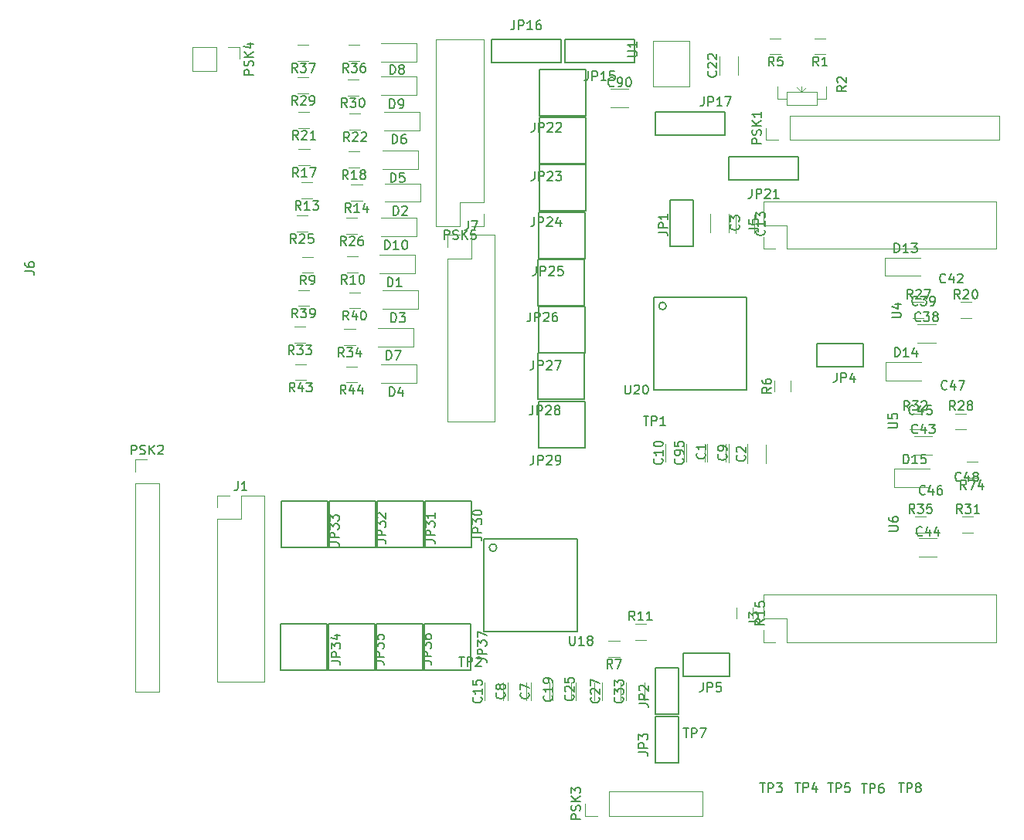
<source format=gbr>
G04 #@! TF.FileFunction,Legend,Top*
%FSLAX46Y46*%
G04 Gerber Fmt 4.6, Leading zero omitted, Abs format (unit mm)*
G04 Created by KiCad (PCBNEW 4.0.6) date 06/27/17 09:13:31*
%MOMM*%
%LPD*%
G01*
G04 APERTURE LIST*
%ADD10C,0.100000*%
%ADD11C,0.150000*%
%ADD12C,0.120000*%
G04 APERTURE END LIST*
D10*
D11*
X132718950Y-111302800D02*
G75*
G03X132718950Y-111302800I-410350J0D01*
G01*
X141528800Y-120548400D02*
X141528800Y-110337600D01*
X141528800Y-110337600D02*
X131318000Y-110337600D01*
X131318000Y-110337600D02*
X131318000Y-120548400D01*
X131318000Y-120548400D02*
X136423400Y-120548400D01*
X136423400Y-120548400D02*
X141528800Y-120548400D01*
X151299050Y-84797900D02*
G75*
G03X151299050Y-84797900I-410350J0D01*
G01*
X160108900Y-94043500D02*
X160108900Y-83832700D01*
X160108900Y-83832700D02*
X149898100Y-83832700D01*
X149898100Y-83832700D02*
X149898100Y-94043500D01*
X149898100Y-94043500D02*
X155003500Y-94043500D01*
X155003500Y-94043500D02*
X160108900Y-94043500D01*
D12*
X159013000Y-119091000D02*
X159013000Y-117891000D01*
X160773000Y-117891000D02*
X160773000Y-119091000D01*
D11*
X139763500Y-58102500D02*
X132143500Y-58102500D01*
X139763500Y-58102500D02*
X139763500Y-55562500D01*
X132143500Y-58102500D02*
X139763500Y-58102500D01*
X132143500Y-58102500D02*
X132143500Y-55562500D01*
X139763500Y-58102500D02*
X132143500Y-58102500D01*
X132143500Y-55562500D02*
X139763500Y-55562500D01*
X139763500Y-55562500D02*
X132143500Y-55562500D01*
X142481300Y-64122300D02*
X137401300Y-64122300D01*
X142481300Y-69202300D02*
X142481300Y-64122300D01*
X137401300Y-64122300D02*
X137401300Y-69202300D01*
X142481300Y-64122300D02*
X137401300Y-64122300D01*
X137401300Y-69202300D02*
X142481300Y-69202300D01*
X142303500Y-79705200D02*
X137223500Y-79705200D01*
X142303500Y-84785200D02*
X142303500Y-79705200D01*
X137223500Y-79705200D02*
X137223500Y-84785200D01*
X142303500Y-79705200D02*
X137223500Y-79705200D01*
X137223500Y-84785200D02*
X142303500Y-84785200D01*
X142392400Y-84861400D02*
X137312400Y-84861400D01*
X142392400Y-89941400D02*
X142392400Y-84861400D01*
X137312400Y-84861400D02*
X137312400Y-89941400D01*
X142392400Y-84861400D02*
X137312400Y-84861400D01*
X137312400Y-89941400D02*
X142392400Y-89941400D01*
X142303500Y-89928700D02*
X137223500Y-89928700D01*
X142303500Y-95008700D02*
X142303500Y-89928700D01*
X137223500Y-89928700D02*
X137223500Y-95008700D01*
X142303500Y-89928700D02*
X137223500Y-89928700D01*
X137223500Y-95008700D02*
X142303500Y-95008700D01*
X142392400Y-95262700D02*
X137312400Y-95262700D01*
X142392400Y-100342700D02*
X142392400Y-95262700D01*
X137312400Y-95262700D02*
X137312400Y-100342700D01*
X142392400Y-95262700D02*
X137312400Y-95262700D01*
X137312400Y-100342700D02*
X142392400Y-100342700D01*
X142405100Y-74523600D02*
X137325100Y-74523600D01*
X142405100Y-79603600D02*
X142405100Y-74523600D01*
X137325100Y-74523600D02*
X137325100Y-79603600D01*
X142405100Y-74523600D02*
X137325100Y-74523600D01*
X137325100Y-79603600D02*
X142405100Y-79603600D01*
D12*
X157801500Y-101901500D02*
X157801500Y-99901500D01*
X155761500Y-99901500D02*
X155761500Y-101901500D01*
X162246500Y-102028500D02*
X162246500Y-100028500D01*
X160206500Y-100028500D02*
X160206500Y-102028500D01*
X158119000Y-76692000D02*
X158119000Y-74692000D01*
X156079000Y-74692000D02*
X156079000Y-76692000D01*
X138497500Y-128063500D02*
X138497500Y-126063500D01*
X136457500Y-126063500D02*
X136457500Y-128063500D01*
X133917500Y-126063500D02*
X133917500Y-128063500D01*
X135957500Y-128063500D02*
X135957500Y-126063500D01*
X160151000Y-101965000D02*
X160151000Y-99965000D01*
X158111000Y-99965000D02*
X158111000Y-101965000D01*
X151189500Y-99901500D02*
X151189500Y-101901500D01*
X153229500Y-101901500D02*
X153229500Y-99901500D01*
X160925700Y-76806300D02*
X160925700Y-74806300D01*
X158885700Y-74806300D02*
X158885700Y-76806300D01*
X131377500Y-126063500D02*
X131377500Y-128063500D01*
X133417500Y-128063500D02*
X133417500Y-126063500D01*
X140910500Y-128063500D02*
X140910500Y-126063500D01*
X138870500Y-126063500D02*
X138870500Y-128063500D01*
X157095000Y-57420000D02*
X157095000Y-59420000D01*
X159135000Y-59420000D02*
X159135000Y-57420000D01*
X143387000Y-128063500D02*
X143387000Y-126063500D01*
X141347000Y-126063500D02*
X141347000Y-128063500D01*
X144268000Y-126063500D02*
X144268000Y-128063500D01*
X146308000Y-128063500D02*
X146308000Y-126063500D01*
X146871500Y-126063500D02*
X146871500Y-128063500D01*
X148911500Y-128063500D02*
X148911500Y-126063500D01*
X180800250Y-86768750D02*
X178800250Y-86768750D01*
X178800250Y-88808750D02*
X180800250Y-88808750D01*
X180451000Y-99056000D02*
X178451000Y-99056000D01*
X178451000Y-101096000D02*
X180451000Y-101096000D01*
X180959000Y-110295500D02*
X178959000Y-110295500D01*
X178959000Y-112335500D02*
X180959000Y-112335500D01*
X147177000Y-61019500D02*
X145177000Y-61019500D01*
X145177000Y-63059500D02*
X147177000Y-63059500D01*
X153475500Y-99901500D02*
X153475500Y-101901500D01*
X155515500Y-101901500D02*
X155515500Y-99901500D01*
X123763600Y-81225900D02*
X123763600Y-79225900D01*
X123763600Y-79225900D02*
X119863600Y-79225900D01*
X123763600Y-81225900D02*
X119863600Y-81225900D01*
X124385900Y-73377300D02*
X124385900Y-71377300D01*
X124385900Y-71377300D02*
X120485900Y-71377300D01*
X124385900Y-73377300D02*
X120485900Y-73377300D01*
X124144600Y-85112100D02*
X124144600Y-83112100D01*
X124144600Y-83112100D02*
X120244600Y-83112100D01*
X124144600Y-85112100D02*
X120244600Y-85112100D01*
X123954100Y-93240100D02*
X123954100Y-91240100D01*
X123954100Y-91240100D02*
X120054100Y-91240100D01*
X123954100Y-93240100D02*
X120054100Y-93240100D01*
X124093800Y-69757800D02*
X124093800Y-67757800D01*
X124093800Y-67757800D02*
X120193800Y-67757800D01*
X124093800Y-69757800D02*
X120193800Y-69757800D01*
X124271600Y-65541400D02*
X124271600Y-63541400D01*
X124271600Y-63541400D02*
X120371600Y-63541400D01*
X124271600Y-65541400D02*
X120371600Y-65541400D01*
X123623900Y-89226900D02*
X123623900Y-87226900D01*
X123623900Y-87226900D02*
X119723900Y-87226900D01*
X123623900Y-89226900D02*
X119723900Y-89226900D01*
X123916000Y-58023000D02*
X123916000Y-56023000D01*
X123916000Y-56023000D02*
X120016000Y-56023000D01*
X123916000Y-58023000D02*
X120016000Y-58023000D01*
X123979500Y-61667900D02*
X123979500Y-59667900D01*
X123979500Y-59667900D02*
X120079500Y-59667900D01*
X123979500Y-61667900D02*
X120079500Y-61667900D01*
X123916000Y-77136500D02*
X123916000Y-75136500D01*
X123916000Y-75136500D02*
X120016000Y-75136500D01*
X123916000Y-77136500D02*
X120016000Y-77136500D01*
X175264250Y-79486250D02*
X175264250Y-81486250D01*
X175264250Y-81486250D02*
X179164250Y-81486250D01*
X175264250Y-79486250D02*
X179164250Y-79486250D01*
X175296000Y-90948000D02*
X175296000Y-92948000D01*
X175296000Y-92948000D02*
X179196000Y-92948000D01*
X175296000Y-90948000D02*
X179196000Y-90948000D01*
X176248500Y-102632000D02*
X176248500Y-104632000D01*
X176248500Y-104632000D02*
X180148500Y-104632000D01*
X176248500Y-102632000D02*
X180148500Y-102632000D01*
D11*
X154241500Y-73152000D02*
X151701500Y-73152000D01*
X151701500Y-78232000D02*
X154241500Y-78232000D01*
X151701500Y-73152000D02*
X151701500Y-78232000D01*
X154241500Y-73152000D02*
X151701500Y-73152000D01*
X154241500Y-73152000D02*
X154241500Y-78232000D01*
X154241500Y-78232000D02*
X154241500Y-73152000D01*
X152654000Y-124523500D02*
X150114000Y-124523500D01*
X150114000Y-129603500D02*
X152654000Y-129603500D01*
X150114000Y-124523500D02*
X150114000Y-129603500D01*
X152654000Y-124523500D02*
X150114000Y-124523500D01*
X152654000Y-124523500D02*
X152654000Y-129603500D01*
X152654000Y-129603500D02*
X152654000Y-124523500D01*
X152637000Y-129845000D02*
X150097000Y-129845000D01*
X150097000Y-134925000D02*
X152637000Y-134925000D01*
X150097000Y-129845000D02*
X150097000Y-134925000D01*
X152637000Y-129845000D02*
X150097000Y-129845000D01*
X152637000Y-129845000D02*
X152637000Y-134925000D01*
X152637000Y-134925000D02*
X152637000Y-129845000D01*
X167767000Y-88900000D02*
X167767000Y-91440000D01*
X172847000Y-91440000D02*
X172847000Y-88900000D01*
X167767000Y-91440000D02*
X172847000Y-91440000D01*
X167767000Y-88900000D02*
X167767000Y-91440000D01*
X167767000Y-88900000D02*
X172847000Y-88900000D01*
X172847000Y-88900000D02*
X167767000Y-88900000D01*
X153111200Y-122847100D02*
X153111200Y-125387100D01*
X158191200Y-125387100D02*
X158191200Y-122847100D01*
X153111200Y-125387100D02*
X158191200Y-125387100D01*
X153111200Y-122847100D02*
X153111200Y-125387100D01*
X153111200Y-122847100D02*
X158191200Y-122847100D01*
X158191200Y-122847100D02*
X153111200Y-122847100D01*
X140208000Y-55562500D02*
X147828000Y-55562500D01*
X140208000Y-55562500D02*
X140208000Y-58102500D01*
X147828000Y-55562500D02*
X140208000Y-55562500D01*
X147828000Y-55562500D02*
X147828000Y-58102500D01*
X140208000Y-55562500D02*
X147828000Y-55562500D01*
X147828000Y-58102500D02*
X140208000Y-58102500D01*
X140208000Y-58102500D02*
X147828000Y-58102500D01*
X150114000Y-63563500D02*
X157734000Y-63563500D01*
X150114000Y-63563500D02*
X150114000Y-66103500D01*
X157734000Y-63563500D02*
X150114000Y-63563500D01*
X157734000Y-63563500D02*
X157734000Y-66103500D01*
X150114000Y-63563500D02*
X157734000Y-63563500D01*
X157734000Y-66103500D02*
X150114000Y-66103500D01*
X150114000Y-66103500D02*
X157734000Y-66103500D01*
X158178500Y-68453000D02*
X165798500Y-68453000D01*
X158178500Y-68453000D02*
X158178500Y-70993000D01*
X165798500Y-68453000D02*
X158178500Y-68453000D01*
X165798500Y-68453000D02*
X165798500Y-70993000D01*
X158178500Y-68453000D02*
X165798500Y-68453000D01*
X165798500Y-70993000D02*
X158178500Y-70993000D01*
X158178500Y-70993000D02*
X165798500Y-70993000D01*
D12*
X164846000Y-66608000D02*
X187766000Y-66608000D01*
X187766000Y-66608000D02*
X187766000Y-63948000D01*
X187766000Y-63948000D02*
X164846000Y-63948000D01*
X164846000Y-63948000D02*
X164846000Y-66608000D01*
X163576000Y-66608000D02*
X162246000Y-66608000D01*
X162246000Y-66608000D02*
X162246000Y-65278000D01*
X145034000Y-140712500D02*
X155254000Y-140712500D01*
X155254000Y-140712500D02*
X155254000Y-138052500D01*
X155254000Y-138052500D02*
X145034000Y-138052500D01*
X145034000Y-138052500D02*
X145034000Y-140712500D01*
X143764000Y-140712500D02*
X142434000Y-140712500D01*
X142434000Y-140712500D02*
X142434000Y-139382500D01*
X101981000Y-56391500D02*
X99381000Y-56391500D01*
X99381000Y-56391500D02*
X99381000Y-59051500D01*
X99381000Y-59051500D02*
X101981000Y-59051500D01*
X101981000Y-59051500D02*
X101981000Y-56391500D01*
X103251000Y-56391500D02*
X104581000Y-56391500D01*
X104581000Y-56391500D02*
X104581000Y-57721500D01*
X167548000Y-55444500D02*
X168748000Y-55444500D01*
X168748000Y-57204500D02*
X167548000Y-57204500D01*
X164466000Y-62102000D02*
X163446000Y-62102000D01*
X163446000Y-62102000D02*
X163446000Y-60702000D01*
X167766000Y-62102000D02*
X168786000Y-62102000D01*
X168786000Y-62102000D02*
X168786000Y-60702000D01*
X166116000Y-61342000D02*
X166116000Y-60702000D01*
X166116000Y-61342000D02*
X165606000Y-60832000D01*
X166116000Y-61342000D02*
X166626000Y-60832000D01*
X167766000Y-61342000D02*
X167766000Y-62742000D01*
X167766000Y-62742000D02*
X164466000Y-62742000D01*
X164466000Y-62742000D02*
X164466000Y-61342000D01*
X164466000Y-61342000D02*
X167766000Y-61342000D01*
X162658500Y-55444500D02*
X163858500Y-55444500D01*
X163858500Y-57204500D02*
X162658500Y-57204500D01*
X164925900Y-92973600D02*
X164925900Y-94173600D01*
X163165900Y-94173600D02*
X163165900Y-92973600D01*
X144967000Y-121505000D02*
X146167000Y-121505000D01*
X146167000Y-123265000D02*
X144967000Y-123265000D01*
X111388600Y-79409400D02*
X112588600Y-79409400D01*
X112588600Y-81169400D02*
X111388600Y-81169400D01*
X116341600Y-79345900D02*
X117541600Y-79345900D01*
X117541600Y-81105900D02*
X116341600Y-81105900D01*
X149063000Y-121403000D02*
X147863000Y-121403000D01*
X147863000Y-119643000D02*
X149063000Y-119643000D01*
X111312400Y-71243300D02*
X112512400Y-71243300D01*
X112512400Y-73003300D02*
X111312400Y-73003300D01*
X116773400Y-71497300D02*
X117973400Y-71497300D01*
X117973400Y-73257300D02*
X116773400Y-73257300D01*
X111020300Y-67623800D02*
X112220300Y-67623800D01*
X112220300Y-69383800D02*
X111020300Y-69383800D01*
X116481300Y-67877800D02*
X117681300Y-67877800D01*
X117681300Y-69637800D02*
X116481300Y-69637800D01*
X184718250Y-86128750D02*
X183518250Y-86128750D01*
X183518250Y-84368750D02*
X184718250Y-84368750D01*
X111007600Y-63534400D02*
X112207600Y-63534400D01*
X112207600Y-65294400D02*
X111007600Y-65294400D01*
X116595600Y-63724900D02*
X117795600Y-63724900D01*
X117795600Y-65484900D02*
X116595600Y-65484900D01*
X110779000Y-74875500D02*
X111979000Y-74875500D01*
X111979000Y-76635500D02*
X110779000Y-76635500D01*
X116240000Y-75129500D02*
X117440000Y-75129500D01*
X117440000Y-76889500D02*
X116240000Y-76889500D01*
X179511250Y-86128750D02*
X178311250Y-86128750D01*
X178311250Y-84368750D02*
X179511250Y-84368750D01*
X184178500Y-98352500D02*
X182978500Y-98352500D01*
X182978500Y-96592500D02*
X184178500Y-96592500D01*
X110906000Y-59724400D02*
X112106000Y-59724400D01*
X112106000Y-61484400D02*
X110906000Y-61484400D01*
X116367000Y-59978400D02*
X117567000Y-59978400D01*
X117567000Y-61738400D02*
X116367000Y-61738400D01*
X184940500Y-109655500D02*
X183740500Y-109655500D01*
X183740500Y-107895500D02*
X184940500Y-107895500D01*
X179162000Y-98352500D02*
X177962000Y-98352500D01*
X177962000Y-96592500D02*
X179162000Y-96592500D01*
X110550400Y-87092900D02*
X111750400Y-87092900D01*
X111750400Y-88852900D02*
X110550400Y-88852900D01*
X116011400Y-87346900D02*
X117211400Y-87346900D01*
X117211400Y-89106900D02*
X116011400Y-89106900D01*
X179733500Y-109655500D02*
X178533500Y-109655500D01*
X178533500Y-107895500D02*
X179733500Y-107895500D01*
X116494000Y-56143000D02*
X117694000Y-56143000D01*
X117694000Y-57903000D02*
X116494000Y-57903000D01*
X110906000Y-56143000D02*
X112106000Y-56143000D01*
X112106000Y-57903000D02*
X110906000Y-57903000D01*
X110944100Y-83041600D02*
X112144100Y-83041600D01*
X112144100Y-84801600D02*
X110944100Y-84801600D01*
X116532100Y-83295600D02*
X117732100Y-83295600D01*
X117732100Y-85055600D02*
X116532100Y-85055600D01*
X110626600Y-91169600D02*
X111826600Y-91169600D01*
X111826600Y-92929600D02*
X110626600Y-92929600D01*
X116214600Y-91423600D02*
X117414600Y-91423600D01*
X117414600Y-93183600D02*
X116214600Y-93183600D01*
X184185000Y-101863000D02*
X185385000Y-101863000D01*
X185385000Y-103623000D02*
X184185000Y-103623000D01*
D10*
X149860500Y-60769500D02*
X149860500Y-55769500D01*
X153860500Y-60769500D02*
X149860500Y-60769500D01*
X153860500Y-55769500D02*
X149860500Y-55769500D01*
X153860500Y-60769500D02*
X153860500Y-55769500D01*
D11*
X142481300Y-58902600D02*
X137401300Y-58902600D01*
X142481300Y-63982600D02*
X142481300Y-58902600D01*
X137401300Y-58902600D02*
X137401300Y-63982600D01*
X142481300Y-58902600D02*
X137401300Y-58902600D01*
X137401300Y-63982600D02*
X142481300Y-63982600D01*
X142443200Y-69265800D02*
X137363200Y-69265800D01*
X142443200Y-74345800D02*
X142443200Y-69265800D01*
X137363200Y-69265800D02*
X137363200Y-74345800D01*
X142443200Y-69265800D02*
X137363200Y-69265800D01*
X137363200Y-74345800D02*
X142443200Y-74345800D01*
X129984500Y-111239300D02*
X129984500Y-106159300D01*
X124904500Y-111239300D02*
X129984500Y-111239300D01*
X129984500Y-106159300D02*
X124904500Y-106159300D01*
X129984500Y-111239300D02*
X129984500Y-106159300D01*
X124904500Y-106159300D02*
X124904500Y-111239300D01*
X124726700Y-111290100D02*
X124726700Y-106210100D01*
X119646700Y-111290100D02*
X124726700Y-111290100D01*
X124726700Y-106210100D02*
X119646700Y-106210100D01*
X124726700Y-111290100D02*
X124726700Y-106210100D01*
X119646700Y-106210100D02*
X119646700Y-111290100D01*
X119481600Y-111290100D02*
X119481600Y-106210100D01*
X114401600Y-111290100D02*
X119481600Y-111290100D01*
X119481600Y-106210100D02*
X114401600Y-106210100D01*
X119481600Y-111290100D02*
X119481600Y-106210100D01*
X114401600Y-106210100D02*
X114401600Y-111290100D01*
X114223800Y-111290100D02*
X114223800Y-106210100D01*
X109143800Y-111290100D02*
X114223800Y-111290100D01*
X114223800Y-106210100D02*
X109143800Y-106210100D01*
X114223800Y-111290100D02*
X114223800Y-106210100D01*
X109143800Y-106210100D02*
X109143800Y-111290100D01*
X109042200Y-119659400D02*
X109042200Y-124739400D01*
X114122200Y-119659400D02*
X109042200Y-119659400D01*
X109042200Y-124739400D02*
X114122200Y-124739400D01*
X109042200Y-119659400D02*
X109042200Y-124739400D01*
X114122200Y-124739400D02*
X114122200Y-119659400D01*
X114300000Y-119659400D02*
X114300000Y-124739400D01*
X119380000Y-119659400D02*
X114300000Y-119659400D01*
X114300000Y-124739400D02*
X119380000Y-124739400D01*
X114300000Y-119659400D02*
X114300000Y-124739400D01*
X119380000Y-124739400D02*
X119380000Y-119659400D01*
X119545100Y-119621300D02*
X119545100Y-124701300D01*
X124625100Y-119621300D02*
X119545100Y-119621300D01*
X119545100Y-124701300D02*
X124625100Y-124701300D01*
X119545100Y-119621300D02*
X119545100Y-124701300D01*
X124625100Y-124701300D02*
X124625100Y-119621300D01*
X124802900Y-119621300D02*
X124802900Y-124701300D01*
X129882900Y-119621300D02*
X124802900Y-119621300D01*
X124802900Y-124701300D02*
X129882900Y-124701300D01*
X124802900Y-119621300D02*
X124802900Y-124701300D01*
X129882900Y-124701300D02*
X129882900Y-119621300D01*
D12*
X102086100Y-108178600D02*
X102086100Y-126018600D01*
X102086100Y-126018600D02*
X107286100Y-126018600D01*
X107286100Y-126018600D02*
X107286100Y-105578600D01*
X107286100Y-105578600D02*
X104686100Y-105578600D01*
X104686100Y-105578600D02*
X104686100Y-108178600D01*
X104686100Y-108178600D02*
X102086100Y-108178600D01*
X102086100Y-106908600D02*
X102086100Y-105578600D01*
X102086100Y-105578600D02*
X103416100Y-105578600D01*
X131289100Y-73444100D02*
X131289100Y-55604100D01*
X131289100Y-55604100D02*
X126089100Y-55604100D01*
X126089100Y-55604100D02*
X126089100Y-76044100D01*
X126089100Y-76044100D02*
X128689100Y-76044100D01*
X128689100Y-76044100D02*
X128689100Y-73444100D01*
X128689100Y-73444100D02*
X131289100Y-73444100D01*
X131289100Y-74714100D02*
X131289100Y-76044100D01*
X131289100Y-76044100D02*
X129959100Y-76044100D01*
X164528500Y-121662500D02*
X187448500Y-121662500D01*
X187448500Y-121662500D02*
X187448500Y-116462500D01*
X187448500Y-116462500D02*
X161928500Y-116462500D01*
X161928500Y-116462500D02*
X161928500Y-119062500D01*
X161928500Y-119062500D02*
X164528500Y-119062500D01*
X164528500Y-119062500D02*
X164528500Y-121662500D01*
X163258500Y-121662500D02*
X161928500Y-121662500D01*
X161928500Y-121662500D02*
X161928500Y-120332500D01*
X164528500Y-78546000D02*
X187448500Y-78546000D01*
X187448500Y-78546000D02*
X187448500Y-73346000D01*
X187448500Y-73346000D02*
X161928500Y-73346000D01*
X161928500Y-73346000D02*
X161928500Y-75946000D01*
X161928500Y-75946000D02*
X164528500Y-75946000D01*
X164528500Y-75946000D02*
X164528500Y-78546000D01*
X163258500Y-78546000D02*
X161928500Y-78546000D01*
X161928500Y-78546000D02*
X161928500Y-77216000D01*
X127321000Y-79629000D02*
X127321000Y-97469000D01*
X127321000Y-97469000D02*
X132521000Y-97469000D01*
X132521000Y-97469000D02*
X132521000Y-77029000D01*
X132521000Y-77029000D02*
X129921000Y-77029000D01*
X129921000Y-77029000D02*
X129921000Y-79629000D01*
X129921000Y-79629000D02*
X127321000Y-79629000D01*
X127321000Y-78359000D02*
X127321000Y-77029000D01*
X127321000Y-77029000D02*
X128651000Y-77029000D01*
X93081800Y-104216200D02*
X93081800Y-127136200D01*
X93081800Y-127136200D02*
X95741800Y-127136200D01*
X95741800Y-127136200D02*
X95741800Y-104216200D01*
X95741800Y-104216200D02*
X93081800Y-104216200D01*
X93081800Y-102946200D02*
X93081800Y-101616200D01*
X93081800Y-101616200D02*
X94411800Y-101616200D01*
D11*
X140709805Y-120991381D02*
X140709805Y-121800905D01*
X140757424Y-121896143D01*
X140805043Y-121943762D01*
X140900281Y-121991381D01*
X141090758Y-121991381D01*
X141185996Y-121943762D01*
X141233615Y-121896143D01*
X141281234Y-121800905D01*
X141281234Y-120991381D01*
X142281234Y-121991381D02*
X141709805Y-121991381D01*
X141995519Y-121991381D02*
X141995519Y-120991381D01*
X141900281Y-121134238D01*
X141805043Y-121229476D01*
X141709805Y-121277095D01*
X142852662Y-121419952D02*
X142757424Y-121372333D01*
X142709805Y-121324714D01*
X142662186Y-121229476D01*
X142662186Y-121181857D01*
X142709805Y-121086619D01*
X142757424Y-121039000D01*
X142852662Y-120991381D01*
X143043139Y-120991381D01*
X143138377Y-121039000D01*
X143185996Y-121086619D01*
X143233615Y-121181857D01*
X143233615Y-121229476D01*
X143185996Y-121324714D01*
X143138377Y-121372333D01*
X143043139Y-121419952D01*
X142852662Y-121419952D01*
X142757424Y-121467571D01*
X142709805Y-121515190D01*
X142662186Y-121610429D01*
X142662186Y-121800905D01*
X142709805Y-121896143D01*
X142757424Y-121943762D01*
X142852662Y-121991381D01*
X143043139Y-121991381D01*
X143138377Y-121943762D01*
X143185996Y-121896143D01*
X143233615Y-121800905D01*
X143233615Y-121610429D01*
X143185996Y-121515190D01*
X143138377Y-121467571D01*
X143043139Y-121419952D01*
X146780405Y-93470481D02*
X146780405Y-94280005D01*
X146828024Y-94375243D01*
X146875643Y-94422862D01*
X146970881Y-94470481D01*
X147161358Y-94470481D01*
X147256596Y-94422862D01*
X147304215Y-94375243D01*
X147351834Y-94280005D01*
X147351834Y-93470481D01*
X147780405Y-93565719D02*
X147828024Y-93518100D01*
X147923262Y-93470481D01*
X148161358Y-93470481D01*
X148256596Y-93518100D01*
X148304215Y-93565719D01*
X148351834Y-93660957D01*
X148351834Y-93756195D01*
X148304215Y-93899052D01*
X147732786Y-94470481D01*
X148351834Y-94470481D01*
X148970881Y-93470481D02*
X149066120Y-93470481D01*
X149161358Y-93518100D01*
X149208977Y-93565719D01*
X149256596Y-93660957D01*
X149304215Y-93851433D01*
X149304215Y-94089529D01*
X149256596Y-94280005D01*
X149208977Y-94375243D01*
X149161358Y-94422862D01*
X149066120Y-94470481D01*
X148970881Y-94470481D01*
X148875643Y-94422862D01*
X148828024Y-94375243D01*
X148780405Y-94280005D01*
X148732786Y-94089529D01*
X148732786Y-93851433D01*
X148780405Y-93660957D01*
X148828024Y-93565719D01*
X148875643Y-93518100D01*
X148970881Y-93470481D01*
X162045381Y-119133857D02*
X161569190Y-119467191D01*
X162045381Y-119705286D02*
X161045381Y-119705286D01*
X161045381Y-119324333D01*
X161093000Y-119229095D01*
X161140619Y-119181476D01*
X161235857Y-119133857D01*
X161378714Y-119133857D01*
X161473952Y-119181476D01*
X161521571Y-119229095D01*
X161569190Y-119324333D01*
X161569190Y-119705286D01*
X162045381Y-118181476D02*
X162045381Y-118752905D01*
X162045381Y-118467191D02*
X161045381Y-118467191D01*
X161188238Y-118562429D01*
X161283476Y-118657667D01*
X161331095Y-118752905D01*
X161045381Y-117276714D02*
X161045381Y-117752905D01*
X161521571Y-117800524D01*
X161473952Y-117752905D01*
X161426333Y-117657667D01*
X161426333Y-117419571D01*
X161473952Y-117324333D01*
X161521571Y-117276714D01*
X161616810Y-117229095D01*
X161854905Y-117229095D01*
X161950143Y-117276714D01*
X161997762Y-117324333D01*
X162045381Y-117419571D01*
X162045381Y-117657667D01*
X161997762Y-117752905D01*
X161950143Y-117800524D01*
X134643977Y-53490881D02*
X134643977Y-54205167D01*
X134596357Y-54348024D01*
X134501119Y-54443262D01*
X134358262Y-54490881D01*
X134263024Y-54490881D01*
X135120167Y-54490881D02*
X135120167Y-53490881D01*
X135501120Y-53490881D01*
X135596358Y-53538500D01*
X135643977Y-53586119D01*
X135691596Y-53681357D01*
X135691596Y-53824214D01*
X135643977Y-53919452D01*
X135596358Y-53967071D01*
X135501120Y-54014690D01*
X135120167Y-54014690D01*
X136643977Y-54490881D02*
X136072548Y-54490881D01*
X136358262Y-54490881D02*
X136358262Y-53490881D01*
X136263024Y-53633738D01*
X136167786Y-53728976D01*
X136072548Y-53776595D01*
X137501120Y-53490881D02*
X137310643Y-53490881D01*
X137215405Y-53538500D01*
X137167786Y-53586119D01*
X137072548Y-53728976D01*
X137024929Y-53919452D01*
X137024929Y-54300405D01*
X137072548Y-54395643D01*
X137120167Y-54443262D01*
X137215405Y-54490881D01*
X137405882Y-54490881D01*
X137501120Y-54443262D01*
X137548739Y-54395643D01*
X137596358Y-54300405D01*
X137596358Y-54062310D01*
X137548739Y-53967071D01*
X137501120Y-53919452D01*
X137405882Y-53871833D01*
X137215405Y-53871833D01*
X137120167Y-53919452D01*
X137072548Y-53967071D01*
X137024929Y-54062310D01*
X136853777Y-70051681D02*
X136853777Y-70765967D01*
X136806157Y-70908824D01*
X136710919Y-71004062D01*
X136568062Y-71051681D01*
X136472824Y-71051681D01*
X137329967Y-71051681D02*
X137329967Y-70051681D01*
X137710920Y-70051681D01*
X137806158Y-70099300D01*
X137853777Y-70146919D01*
X137901396Y-70242157D01*
X137901396Y-70385014D01*
X137853777Y-70480252D01*
X137806158Y-70527871D01*
X137710920Y-70575490D01*
X137329967Y-70575490D01*
X138282348Y-70146919D02*
X138329967Y-70099300D01*
X138425205Y-70051681D01*
X138663301Y-70051681D01*
X138758539Y-70099300D01*
X138806158Y-70146919D01*
X138853777Y-70242157D01*
X138853777Y-70337395D01*
X138806158Y-70480252D01*
X138234729Y-71051681D01*
X138853777Y-71051681D01*
X139187110Y-70051681D02*
X139806158Y-70051681D01*
X139472824Y-70432633D01*
X139615682Y-70432633D01*
X139710920Y-70480252D01*
X139758539Y-70527871D01*
X139806158Y-70623110D01*
X139806158Y-70861205D01*
X139758539Y-70956443D01*
X139710920Y-71004062D01*
X139615682Y-71051681D01*
X139329967Y-71051681D01*
X139234729Y-71004062D01*
X139187110Y-70956443D01*
X136421977Y-85507581D02*
X136421977Y-86221867D01*
X136374357Y-86364724D01*
X136279119Y-86459962D01*
X136136262Y-86507581D01*
X136041024Y-86507581D01*
X136898167Y-86507581D02*
X136898167Y-85507581D01*
X137279120Y-85507581D01*
X137374358Y-85555200D01*
X137421977Y-85602819D01*
X137469596Y-85698057D01*
X137469596Y-85840914D01*
X137421977Y-85936152D01*
X137374358Y-85983771D01*
X137279120Y-86031390D01*
X136898167Y-86031390D01*
X137850548Y-85602819D02*
X137898167Y-85555200D01*
X137993405Y-85507581D01*
X138231501Y-85507581D01*
X138326739Y-85555200D01*
X138374358Y-85602819D01*
X138421977Y-85698057D01*
X138421977Y-85793295D01*
X138374358Y-85936152D01*
X137802929Y-86507581D01*
X138421977Y-86507581D01*
X139279120Y-85507581D02*
X139088643Y-85507581D01*
X138993405Y-85555200D01*
X138945786Y-85602819D01*
X138850548Y-85745676D01*
X138802929Y-85936152D01*
X138802929Y-86317105D01*
X138850548Y-86412343D01*
X138898167Y-86459962D01*
X138993405Y-86507581D01*
X139183882Y-86507581D01*
X139279120Y-86459962D01*
X139326739Y-86412343D01*
X139374358Y-86317105D01*
X139374358Y-86079010D01*
X139326739Y-85983771D01*
X139279120Y-85936152D01*
X139183882Y-85888533D01*
X138993405Y-85888533D01*
X138898167Y-85936152D01*
X138850548Y-85983771D01*
X138802929Y-86079010D01*
X136764877Y-90790781D02*
X136764877Y-91505067D01*
X136717257Y-91647924D01*
X136622019Y-91743162D01*
X136479162Y-91790781D01*
X136383924Y-91790781D01*
X137241067Y-91790781D02*
X137241067Y-90790781D01*
X137622020Y-90790781D01*
X137717258Y-90838400D01*
X137764877Y-90886019D01*
X137812496Y-90981257D01*
X137812496Y-91124114D01*
X137764877Y-91219352D01*
X137717258Y-91266971D01*
X137622020Y-91314590D01*
X137241067Y-91314590D01*
X138193448Y-90886019D02*
X138241067Y-90838400D01*
X138336305Y-90790781D01*
X138574401Y-90790781D01*
X138669639Y-90838400D01*
X138717258Y-90886019D01*
X138764877Y-90981257D01*
X138764877Y-91076495D01*
X138717258Y-91219352D01*
X138145829Y-91790781D01*
X138764877Y-91790781D01*
X139098210Y-90790781D02*
X139764877Y-90790781D01*
X139336305Y-91790781D01*
X136675977Y-95731081D02*
X136675977Y-96445367D01*
X136628357Y-96588224D01*
X136533119Y-96683462D01*
X136390262Y-96731081D01*
X136295024Y-96731081D01*
X137152167Y-96731081D02*
X137152167Y-95731081D01*
X137533120Y-95731081D01*
X137628358Y-95778700D01*
X137675977Y-95826319D01*
X137723596Y-95921557D01*
X137723596Y-96064414D01*
X137675977Y-96159652D01*
X137628358Y-96207271D01*
X137533120Y-96254890D01*
X137152167Y-96254890D01*
X138104548Y-95826319D02*
X138152167Y-95778700D01*
X138247405Y-95731081D01*
X138485501Y-95731081D01*
X138580739Y-95778700D01*
X138628358Y-95826319D01*
X138675977Y-95921557D01*
X138675977Y-96016795D01*
X138628358Y-96159652D01*
X138056929Y-96731081D01*
X138675977Y-96731081D01*
X139247405Y-96159652D02*
X139152167Y-96112033D01*
X139104548Y-96064414D01*
X139056929Y-95969176D01*
X139056929Y-95921557D01*
X139104548Y-95826319D01*
X139152167Y-95778700D01*
X139247405Y-95731081D01*
X139437882Y-95731081D01*
X139533120Y-95778700D01*
X139580739Y-95826319D01*
X139628358Y-95921557D01*
X139628358Y-95969176D01*
X139580739Y-96064414D01*
X139533120Y-96112033D01*
X139437882Y-96159652D01*
X139247405Y-96159652D01*
X139152167Y-96207271D01*
X139104548Y-96254890D01*
X139056929Y-96350129D01*
X139056929Y-96540605D01*
X139104548Y-96635843D01*
X139152167Y-96683462D01*
X139247405Y-96731081D01*
X139437882Y-96731081D01*
X139533120Y-96683462D01*
X139580739Y-96635843D01*
X139628358Y-96540605D01*
X139628358Y-96350129D01*
X139580739Y-96254890D01*
X139533120Y-96207271D01*
X139437882Y-96159652D01*
X136764877Y-101192081D02*
X136764877Y-101906367D01*
X136717257Y-102049224D01*
X136622019Y-102144462D01*
X136479162Y-102192081D01*
X136383924Y-102192081D01*
X137241067Y-102192081D02*
X137241067Y-101192081D01*
X137622020Y-101192081D01*
X137717258Y-101239700D01*
X137764877Y-101287319D01*
X137812496Y-101382557D01*
X137812496Y-101525414D01*
X137764877Y-101620652D01*
X137717258Y-101668271D01*
X137622020Y-101715890D01*
X137241067Y-101715890D01*
X138193448Y-101287319D02*
X138241067Y-101239700D01*
X138336305Y-101192081D01*
X138574401Y-101192081D01*
X138669639Y-101239700D01*
X138717258Y-101287319D01*
X138764877Y-101382557D01*
X138764877Y-101477795D01*
X138717258Y-101620652D01*
X138145829Y-102192081D01*
X138764877Y-102192081D01*
X139241067Y-102192081D02*
X139431543Y-102192081D01*
X139526782Y-102144462D01*
X139574401Y-102096843D01*
X139669639Y-101953986D01*
X139717258Y-101763510D01*
X139717258Y-101382557D01*
X139669639Y-101287319D01*
X139622020Y-101239700D01*
X139526782Y-101192081D01*
X139336305Y-101192081D01*
X139241067Y-101239700D01*
X139193448Y-101287319D01*
X139145829Y-101382557D01*
X139145829Y-101620652D01*
X139193448Y-101715890D01*
X139241067Y-101763510D01*
X139336305Y-101811129D01*
X139526782Y-101811129D01*
X139622020Y-101763510D01*
X139669639Y-101715890D01*
X139717258Y-101620652D01*
X137031577Y-80452981D02*
X137031577Y-81167267D01*
X136983957Y-81310124D01*
X136888719Y-81405362D01*
X136745862Y-81452981D01*
X136650624Y-81452981D01*
X137507767Y-81452981D02*
X137507767Y-80452981D01*
X137888720Y-80452981D01*
X137983958Y-80500600D01*
X138031577Y-80548219D01*
X138079196Y-80643457D01*
X138079196Y-80786314D01*
X138031577Y-80881552D01*
X137983958Y-80929171D01*
X137888720Y-80976790D01*
X137507767Y-80976790D01*
X138460148Y-80548219D02*
X138507767Y-80500600D01*
X138603005Y-80452981D01*
X138841101Y-80452981D01*
X138936339Y-80500600D01*
X138983958Y-80548219D01*
X139031577Y-80643457D01*
X139031577Y-80738695D01*
X138983958Y-80881552D01*
X138412529Y-81452981D01*
X139031577Y-81452981D01*
X139936339Y-80452981D02*
X139460148Y-80452981D01*
X139412529Y-80929171D01*
X139460148Y-80881552D01*
X139555386Y-80833933D01*
X139793482Y-80833933D01*
X139888720Y-80881552D01*
X139936339Y-80929171D01*
X139983958Y-81024410D01*
X139983958Y-81262505D01*
X139936339Y-81357743D01*
X139888720Y-81405362D01*
X139793482Y-81452981D01*
X139555386Y-81452981D01*
X139460148Y-81405362D01*
X139412529Y-81357743D01*
X81049881Y-80980333D02*
X81764167Y-80980333D01*
X81907024Y-81027953D01*
X82002262Y-81123191D01*
X82049881Y-81266048D01*
X82049881Y-81361286D01*
X81049881Y-80075571D02*
X81049881Y-80266048D01*
X81097500Y-80361286D01*
X81145119Y-80408905D01*
X81287976Y-80504143D01*
X81478452Y-80551762D01*
X81859405Y-80551762D01*
X81954643Y-80504143D01*
X82002262Y-80456524D01*
X82049881Y-80361286D01*
X82049881Y-80170809D01*
X82002262Y-80075571D01*
X81954643Y-80027952D01*
X81859405Y-79980333D01*
X81621310Y-79980333D01*
X81526071Y-80027952D01*
X81478452Y-80075571D01*
X81430833Y-80170809D01*
X81430833Y-80361286D01*
X81478452Y-80456524D01*
X81526071Y-80504143D01*
X81621310Y-80551762D01*
X155487643Y-100941166D02*
X155535262Y-100988785D01*
X155582881Y-101131642D01*
X155582881Y-101226880D01*
X155535262Y-101369738D01*
X155440024Y-101464976D01*
X155344786Y-101512595D01*
X155154310Y-101560214D01*
X155011452Y-101560214D01*
X154820976Y-101512595D01*
X154725738Y-101464976D01*
X154630500Y-101369738D01*
X154582881Y-101226880D01*
X154582881Y-101131642D01*
X154630500Y-100988785D01*
X154678119Y-100941166D01*
X155582881Y-99988785D02*
X155582881Y-100560214D01*
X155582881Y-100274500D02*
X154582881Y-100274500D01*
X154725738Y-100369738D01*
X154820976Y-100464976D01*
X154868595Y-100560214D01*
X159869143Y-101195166D02*
X159916762Y-101242785D01*
X159964381Y-101385642D01*
X159964381Y-101480880D01*
X159916762Y-101623738D01*
X159821524Y-101718976D01*
X159726286Y-101766595D01*
X159535810Y-101814214D01*
X159392952Y-101814214D01*
X159202476Y-101766595D01*
X159107238Y-101718976D01*
X159012000Y-101623738D01*
X158964381Y-101480880D01*
X158964381Y-101385642D01*
X159012000Y-101242785D01*
X159059619Y-101195166D01*
X159059619Y-100814214D02*
X159012000Y-100766595D01*
X158964381Y-100671357D01*
X158964381Y-100433261D01*
X159012000Y-100338023D01*
X159059619Y-100290404D01*
X159154857Y-100242785D01*
X159250095Y-100242785D01*
X159392952Y-100290404D01*
X159964381Y-100861833D01*
X159964381Y-100242785D01*
X159206143Y-75858666D02*
X159253762Y-75906285D01*
X159301381Y-76049142D01*
X159301381Y-76144380D01*
X159253762Y-76287238D01*
X159158524Y-76382476D01*
X159063286Y-76430095D01*
X158872810Y-76477714D01*
X158729952Y-76477714D01*
X158539476Y-76430095D01*
X158444238Y-76382476D01*
X158349000Y-76287238D01*
X158301381Y-76144380D01*
X158301381Y-76049142D01*
X158349000Y-75906285D01*
X158396619Y-75858666D01*
X158301381Y-75525333D02*
X158301381Y-74906285D01*
X158682333Y-75239619D01*
X158682333Y-75096761D01*
X158729952Y-75001523D01*
X158777571Y-74953904D01*
X158872810Y-74906285D01*
X159110905Y-74906285D01*
X159206143Y-74953904D01*
X159253762Y-75001523D01*
X159301381Y-75096761D01*
X159301381Y-75382476D01*
X159253762Y-75477714D01*
X159206143Y-75525333D01*
X136183643Y-127230166D02*
X136231262Y-127277785D01*
X136278881Y-127420642D01*
X136278881Y-127515880D01*
X136231262Y-127658738D01*
X136136024Y-127753976D01*
X136040786Y-127801595D01*
X135850310Y-127849214D01*
X135707452Y-127849214D01*
X135516976Y-127801595D01*
X135421738Y-127753976D01*
X135326500Y-127658738D01*
X135278881Y-127515880D01*
X135278881Y-127420642D01*
X135326500Y-127277785D01*
X135374119Y-127230166D01*
X135278881Y-126896833D02*
X135278881Y-126230166D01*
X136278881Y-126658738D01*
X133544643Y-127230166D02*
X133592262Y-127277785D01*
X133639881Y-127420642D01*
X133639881Y-127515880D01*
X133592262Y-127658738D01*
X133497024Y-127753976D01*
X133401786Y-127801595D01*
X133211310Y-127849214D01*
X133068452Y-127849214D01*
X132877976Y-127801595D01*
X132782738Y-127753976D01*
X132687500Y-127658738D01*
X132639881Y-127515880D01*
X132639881Y-127420642D01*
X132687500Y-127277785D01*
X132735119Y-127230166D01*
X133068452Y-126658738D02*
X133020833Y-126753976D01*
X132973214Y-126801595D01*
X132877976Y-126849214D01*
X132830357Y-126849214D01*
X132735119Y-126801595D01*
X132687500Y-126753976D01*
X132639881Y-126658738D01*
X132639881Y-126468261D01*
X132687500Y-126373023D01*
X132735119Y-126325404D01*
X132830357Y-126277785D01*
X132877976Y-126277785D01*
X132973214Y-126325404D01*
X133020833Y-126373023D01*
X133068452Y-126468261D01*
X133068452Y-126658738D01*
X133116071Y-126753976D01*
X133163690Y-126801595D01*
X133258929Y-126849214D01*
X133449405Y-126849214D01*
X133544643Y-126801595D01*
X133592262Y-126753976D01*
X133639881Y-126658738D01*
X133639881Y-126468261D01*
X133592262Y-126373023D01*
X133544643Y-126325404D01*
X133449405Y-126277785D01*
X133258929Y-126277785D01*
X133163690Y-126325404D01*
X133116071Y-126373023D01*
X133068452Y-126468261D01*
X157837143Y-101068166D02*
X157884762Y-101115785D01*
X157932381Y-101258642D01*
X157932381Y-101353880D01*
X157884762Y-101496738D01*
X157789524Y-101591976D01*
X157694286Y-101639595D01*
X157503810Y-101687214D01*
X157360952Y-101687214D01*
X157170476Y-101639595D01*
X157075238Y-101591976D01*
X156980000Y-101496738D01*
X156932381Y-101353880D01*
X156932381Y-101258642D01*
X156980000Y-101115785D01*
X157027619Y-101068166D01*
X157932381Y-100591976D02*
X157932381Y-100401500D01*
X157884762Y-100306261D01*
X157837143Y-100258642D01*
X157694286Y-100163404D01*
X157503810Y-100115785D01*
X157122857Y-100115785D01*
X157027619Y-100163404D01*
X156980000Y-100211023D01*
X156932381Y-100306261D01*
X156932381Y-100496738D01*
X156980000Y-100591976D01*
X157027619Y-100639595D01*
X157122857Y-100687214D01*
X157360952Y-100687214D01*
X157456190Y-100639595D01*
X157503810Y-100591976D01*
X157551429Y-100496738D01*
X157551429Y-100306261D01*
X157503810Y-100211023D01*
X157456190Y-100163404D01*
X157360952Y-100115785D01*
X150816643Y-101544357D02*
X150864262Y-101591976D01*
X150911881Y-101734833D01*
X150911881Y-101830071D01*
X150864262Y-101972929D01*
X150769024Y-102068167D01*
X150673786Y-102115786D01*
X150483310Y-102163405D01*
X150340452Y-102163405D01*
X150149976Y-102115786D01*
X150054738Y-102068167D01*
X149959500Y-101972929D01*
X149911881Y-101830071D01*
X149911881Y-101734833D01*
X149959500Y-101591976D01*
X150007119Y-101544357D01*
X150911881Y-100591976D02*
X150911881Y-101163405D01*
X150911881Y-100877691D02*
X149911881Y-100877691D01*
X150054738Y-100972929D01*
X150149976Y-101068167D01*
X150197595Y-101163405D01*
X149911881Y-99972929D02*
X149911881Y-99877690D01*
X149959500Y-99782452D01*
X150007119Y-99734833D01*
X150102357Y-99687214D01*
X150292833Y-99639595D01*
X150530929Y-99639595D01*
X150721405Y-99687214D01*
X150816643Y-99734833D01*
X150864262Y-99782452D01*
X150911881Y-99877690D01*
X150911881Y-99972929D01*
X150864262Y-100068167D01*
X150816643Y-100115786D01*
X150721405Y-100163405D01*
X150530929Y-100211024D01*
X150292833Y-100211024D01*
X150102357Y-100163405D01*
X150007119Y-100115786D01*
X149959500Y-100068167D01*
X149911881Y-99972929D01*
X162012843Y-76449157D02*
X162060462Y-76496776D01*
X162108081Y-76639633D01*
X162108081Y-76734871D01*
X162060462Y-76877729D01*
X161965224Y-76972967D01*
X161869986Y-77020586D01*
X161679510Y-77068205D01*
X161536652Y-77068205D01*
X161346176Y-77020586D01*
X161250938Y-76972967D01*
X161155700Y-76877729D01*
X161108081Y-76734871D01*
X161108081Y-76639633D01*
X161155700Y-76496776D01*
X161203319Y-76449157D01*
X162108081Y-75496776D02*
X162108081Y-76068205D01*
X162108081Y-75782491D02*
X161108081Y-75782491D01*
X161250938Y-75877729D01*
X161346176Y-75972967D01*
X161393795Y-76068205D01*
X161108081Y-75163443D02*
X161108081Y-74544395D01*
X161489033Y-74877729D01*
X161489033Y-74734871D01*
X161536652Y-74639633D01*
X161584271Y-74592014D01*
X161679510Y-74544395D01*
X161917605Y-74544395D01*
X162012843Y-74592014D01*
X162060462Y-74639633D01*
X162108081Y-74734871D01*
X162108081Y-75020586D01*
X162060462Y-75115824D01*
X162012843Y-75163443D01*
X131004643Y-127706357D02*
X131052262Y-127753976D01*
X131099881Y-127896833D01*
X131099881Y-127992071D01*
X131052262Y-128134929D01*
X130957024Y-128230167D01*
X130861786Y-128277786D01*
X130671310Y-128325405D01*
X130528452Y-128325405D01*
X130337976Y-128277786D01*
X130242738Y-128230167D01*
X130147500Y-128134929D01*
X130099881Y-127992071D01*
X130099881Y-127896833D01*
X130147500Y-127753976D01*
X130195119Y-127706357D01*
X131099881Y-126753976D02*
X131099881Y-127325405D01*
X131099881Y-127039691D02*
X130099881Y-127039691D01*
X130242738Y-127134929D01*
X130337976Y-127230167D01*
X130385595Y-127325405D01*
X130099881Y-125849214D02*
X130099881Y-126325405D01*
X130576071Y-126373024D01*
X130528452Y-126325405D01*
X130480833Y-126230167D01*
X130480833Y-125992071D01*
X130528452Y-125896833D01*
X130576071Y-125849214D01*
X130671310Y-125801595D01*
X130909405Y-125801595D01*
X131004643Y-125849214D01*
X131052262Y-125896833D01*
X131099881Y-125992071D01*
X131099881Y-126230167D01*
X131052262Y-126325405D01*
X131004643Y-126373024D01*
X138723643Y-127515857D02*
X138771262Y-127563476D01*
X138818881Y-127706333D01*
X138818881Y-127801571D01*
X138771262Y-127944429D01*
X138676024Y-128039667D01*
X138580786Y-128087286D01*
X138390310Y-128134905D01*
X138247452Y-128134905D01*
X138056976Y-128087286D01*
X137961738Y-128039667D01*
X137866500Y-127944429D01*
X137818881Y-127801571D01*
X137818881Y-127706333D01*
X137866500Y-127563476D01*
X137914119Y-127515857D01*
X138818881Y-126563476D02*
X138818881Y-127134905D01*
X138818881Y-126849191D02*
X137818881Y-126849191D01*
X137961738Y-126944429D01*
X138056976Y-127039667D01*
X138104595Y-127134905D01*
X138818881Y-126087286D02*
X138818881Y-125896810D01*
X138771262Y-125801571D01*
X138723643Y-125753952D01*
X138580786Y-125658714D01*
X138390310Y-125611095D01*
X138009357Y-125611095D01*
X137914119Y-125658714D01*
X137866500Y-125706333D01*
X137818881Y-125801571D01*
X137818881Y-125992048D01*
X137866500Y-126087286D01*
X137914119Y-126134905D01*
X138009357Y-126182524D01*
X138247452Y-126182524D01*
X138342690Y-126134905D01*
X138390310Y-126087286D01*
X138437929Y-125992048D01*
X138437929Y-125801571D01*
X138390310Y-125706333D01*
X138342690Y-125658714D01*
X138247452Y-125611095D01*
X156722143Y-59062857D02*
X156769762Y-59110476D01*
X156817381Y-59253333D01*
X156817381Y-59348571D01*
X156769762Y-59491429D01*
X156674524Y-59586667D01*
X156579286Y-59634286D01*
X156388810Y-59681905D01*
X156245952Y-59681905D01*
X156055476Y-59634286D01*
X155960238Y-59586667D01*
X155865000Y-59491429D01*
X155817381Y-59348571D01*
X155817381Y-59253333D01*
X155865000Y-59110476D01*
X155912619Y-59062857D01*
X155912619Y-58681905D02*
X155865000Y-58634286D01*
X155817381Y-58539048D01*
X155817381Y-58300952D01*
X155865000Y-58205714D01*
X155912619Y-58158095D01*
X156007857Y-58110476D01*
X156103095Y-58110476D01*
X156245952Y-58158095D01*
X156817381Y-58729524D01*
X156817381Y-58110476D01*
X155912619Y-57729524D02*
X155865000Y-57681905D01*
X155817381Y-57586667D01*
X155817381Y-57348571D01*
X155865000Y-57253333D01*
X155912619Y-57205714D01*
X156007857Y-57158095D01*
X156103095Y-57158095D01*
X156245952Y-57205714D01*
X156817381Y-57777143D01*
X156817381Y-57158095D01*
X141073143Y-127452357D02*
X141120762Y-127499976D01*
X141168381Y-127642833D01*
X141168381Y-127738071D01*
X141120762Y-127880929D01*
X141025524Y-127976167D01*
X140930286Y-128023786D01*
X140739810Y-128071405D01*
X140596952Y-128071405D01*
X140406476Y-128023786D01*
X140311238Y-127976167D01*
X140216000Y-127880929D01*
X140168381Y-127738071D01*
X140168381Y-127642833D01*
X140216000Y-127499976D01*
X140263619Y-127452357D01*
X140263619Y-127071405D02*
X140216000Y-127023786D01*
X140168381Y-126928548D01*
X140168381Y-126690452D01*
X140216000Y-126595214D01*
X140263619Y-126547595D01*
X140358857Y-126499976D01*
X140454095Y-126499976D01*
X140596952Y-126547595D01*
X141168381Y-127119024D01*
X141168381Y-126499976D01*
X140168381Y-125595214D02*
X140168381Y-126071405D01*
X140644571Y-126119024D01*
X140596952Y-126071405D01*
X140549333Y-125976167D01*
X140549333Y-125738071D01*
X140596952Y-125642833D01*
X140644571Y-125595214D01*
X140739810Y-125547595D01*
X140977905Y-125547595D01*
X141073143Y-125595214D01*
X141120762Y-125642833D01*
X141168381Y-125738071D01*
X141168381Y-125976167D01*
X141120762Y-126071405D01*
X141073143Y-126119024D01*
X143895143Y-127706357D02*
X143942762Y-127753976D01*
X143990381Y-127896833D01*
X143990381Y-127992071D01*
X143942762Y-128134929D01*
X143847524Y-128230167D01*
X143752286Y-128277786D01*
X143561810Y-128325405D01*
X143418952Y-128325405D01*
X143228476Y-128277786D01*
X143133238Y-128230167D01*
X143038000Y-128134929D01*
X142990381Y-127992071D01*
X142990381Y-127896833D01*
X143038000Y-127753976D01*
X143085619Y-127706357D01*
X143085619Y-127325405D02*
X143038000Y-127277786D01*
X142990381Y-127182548D01*
X142990381Y-126944452D01*
X143038000Y-126849214D01*
X143085619Y-126801595D01*
X143180857Y-126753976D01*
X143276095Y-126753976D01*
X143418952Y-126801595D01*
X143990381Y-127373024D01*
X143990381Y-126753976D01*
X142990381Y-126420643D02*
X142990381Y-125753976D01*
X143990381Y-126182548D01*
X146498643Y-127706357D02*
X146546262Y-127753976D01*
X146593881Y-127896833D01*
X146593881Y-127992071D01*
X146546262Y-128134929D01*
X146451024Y-128230167D01*
X146355786Y-128277786D01*
X146165310Y-128325405D01*
X146022452Y-128325405D01*
X145831976Y-128277786D01*
X145736738Y-128230167D01*
X145641500Y-128134929D01*
X145593881Y-127992071D01*
X145593881Y-127896833D01*
X145641500Y-127753976D01*
X145689119Y-127706357D01*
X145593881Y-127373024D02*
X145593881Y-126753976D01*
X145974833Y-127087310D01*
X145974833Y-126944452D01*
X146022452Y-126849214D01*
X146070071Y-126801595D01*
X146165310Y-126753976D01*
X146403405Y-126753976D01*
X146498643Y-126801595D01*
X146546262Y-126849214D01*
X146593881Y-126944452D01*
X146593881Y-127230167D01*
X146546262Y-127325405D01*
X146498643Y-127373024D01*
X145593881Y-126420643D02*
X145593881Y-125801595D01*
X145974833Y-126134929D01*
X145974833Y-125992071D01*
X146022452Y-125896833D01*
X146070071Y-125849214D01*
X146165310Y-125801595D01*
X146403405Y-125801595D01*
X146498643Y-125849214D01*
X146546262Y-125896833D01*
X146593881Y-125992071D01*
X146593881Y-126277786D01*
X146546262Y-126373024D01*
X146498643Y-126420643D01*
X179157393Y-86395893D02*
X179109774Y-86443512D01*
X178966917Y-86491131D01*
X178871679Y-86491131D01*
X178728821Y-86443512D01*
X178633583Y-86348274D01*
X178585964Y-86253036D01*
X178538345Y-86062560D01*
X178538345Y-85919702D01*
X178585964Y-85729226D01*
X178633583Y-85633988D01*
X178728821Y-85538750D01*
X178871679Y-85491131D01*
X178966917Y-85491131D01*
X179109774Y-85538750D01*
X179157393Y-85586369D01*
X179490726Y-85491131D02*
X180109774Y-85491131D01*
X179776440Y-85872083D01*
X179919298Y-85872083D01*
X180014536Y-85919702D01*
X180062155Y-85967321D01*
X180109774Y-86062560D01*
X180109774Y-86300655D01*
X180062155Y-86395893D01*
X180014536Y-86443512D01*
X179919298Y-86491131D01*
X179633583Y-86491131D01*
X179538345Y-86443512D01*
X179490726Y-86395893D01*
X180681202Y-85919702D02*
X180585964Y-85872083D01*
X180538345Y-85824464D01*
X180490726Y-85729226D01*
X180490726Y-85681607D01*
X180538345Y-85586369D01*
X180585964Y-85538750D01*
X180681202Y-85491131D01*
X180871679Y-85491131D01*
X180966917Y-85538750D01*
X181014536Y-85586369D01*
X181062155Y-85681607D01*
X181062155Y-85729226D01*
X181014536Y-85824464D01*
X180966917Y-85872083D01*
X180871679Y-85919702D01*
X180681202Y-85919702D01*
X180585964Y-85967321D01*
X180538345Y-86014940D01*
X180490726Y-86110179D01*
X180490726Y-86300655D01*
X180538345Y-86395893D01*
X180585964Y-86443512D01*
X180681202Y-86491131D01*
X180871679Y-86491131D01*
X180966917Y-86443512D01*
X181014536Y-86395893D01*
X181062155Y-86300655D01*
X181062155Y-86110179D01*
X181014536Y-86014940D01*
X180966917Y-85967321D01*
X180871679Y-85919702D01*
X178839893Y-84645393D02*
X178792274Y-84693012D01*
X178649417Y-84740631D01*
X178554179Y-84740631D01*
X178411321Y-84693012D01*
X178316083Y-84597774D01*
X178268464Y-84502536D01*
X178220845Y-84312060D01*
X178220845Y-84169202D01*
X178268464Y-83978726D01*
X178316083Y-83883488D01*
X178411321Y-83788250D01*
X178554179Y-83740631D01*
X178649417Y-83740631D01*
X178792274Y-83788250D01*
X178839893Y-83835869D01*
X179173226Y-83740631D02*
X179792274Y-83740631D01*
X179458940Y-84121583D01*
X179601798Y-84121583D01*
X179697036Y-84169202D01*
X179744655Y-84216821D01*
X179792274Y-84312060D01*
X179792274Y-84550155D01*
X179744655Y-84645393D01*
X179697036Y-84693012D01*
X179601798Y-84740631D01*
X179316083Y-84740631D01*
X179220845Y-84693012D01*
X179173226Y-84645393D01*
X180268464Y-84740631D02*
X180458940Y-84740631D01*
X180554179Y-84693012D01*
X180601798Y-84645393D01*
X180697036Y-84502536D01*
X180744655Y-84312060D01*
X180744655Y-83931107D01*
X180697036Y-83835869D01*
X180649417Y-83788250D01*
X180554179Y-83740631D01*
X180363702Y-83740631D01*
X180268464Y-83788250D01*
X180220845Y-83835869D01*
X180173226Y-83931107D01*
X180173226Y-84169202D01*
X180220845Y-84264440D01*
X180268464Y-84312060D01*
X180363702Y-84359679D01*
X180554179Y-84359679D01*
X180649417Y-84312060D01*
X180697036Y-84264440D01*
X180744655Y-84169202D01*
X178808143Y-98683143D02*
X178760524Y-98730762D01*
X178617667Y-98778381D01*
X178522429Y-98778381D01*
X178379571Y-98730762D01*
X178284333Y-98635524D01*
X178236714Y-98540286D01*
X178189095Y-98349810D01*
X178189095Y-98206952D01*
X178236714Y-98016476D01*
X178284333Y-97921238D01*
X178379571Y-97826000D01*
X178522429Y-97778381D01*
X178617667Y-97778381D01*
X178760524Y-97826000D01*
X178808143Y-97873619D01*
X179665286Y-98111714D02*
X179665286Y-98778381D01*
X179427190Y-97730762D02*
X179189095Y-98445048D01*
X179808143Y-98445048D01*
X180093857Y-97778381D02*
X180712905Y-97778381D01*
X180379571Y-98159333D01*
X180522429Y-98159333D01*
X180617667Y-98206952D01*
X180665286Y-98254571D01*
X180712905Y-98349810D01*
X180712905Y-98587905D01*
X180665286Y-98683143D01*
X180617667Y-98730762D01*
X180522429Y-98778381D01*
X180236714Y-98778381D01*
X180141476Y-98730762D01*
X180093857Y-98683143D01*
X179316143Y-109922643D02*
X179268524Y-109970262D01*
X179125667Y-110017881D01*
X179030429Y-110017881D01*
X178887571Y-109970262D01*
X178792333Y-109875024D01*
X178744714Y-109779786D01*
X178697095Y-109589310D01*
X178697095Y-109446452D01*
X178744714Y-109255976D01*
X178792333Y-109160738D01*
X178887571Y-109065500D01*
X179030429Y-109017881D01*
X179125667Y-109017881D01*
X179268524Y-109065500D01*
X179316143Y-109113119D01*
X180173286Y-109351214D02*
X180173286Y-110017881D01*
X179935190Y-108970262D02*
X179697095Y-109684548D01*
X180316143Y-109684548D01*
X181125667Y-109351214D02*
X181125667Y-110017881D01*
X180887571Y-108970262D02*
X180649476Y-109684548D01*
X181268524Y-109684548D01*
X145534143Y-60646643D02*
X145486524Y-60694262D01*
X145343667Y-60741881D01*
X145248429Y-60741881D01*
X145105571Y-60694262D01*
X145010333Y-60599024D01*
X144962714Y-60503786D01*
X144915095Y-60313310D01*
X144915095Y-60170452D01*
X144962714Y-59979976D01*
X145010333Y-59884738D01*
X145105571Y-59789500D01*
X145248429Y-59741881D01*
X145343667Y-59741881D01*
X145486524Y-59789500D01*
X145534143Y-59837119D01*
X146010333Y-60741881D02*
X146200809Y-60741881D01*
X146296048Y-60694262D01*
X146343667Y-60646643D01*
X146438905Y-60503786D01*
X146486524Y-60313310D01*
X146486524Y-59932357D01*
X146438905Y-59837119D01*
X146391286Y-59789500D01*
X146296048Y-59741881D01*
X146105571Y-59741881D01*
X146010333Y-59789500D01*
X145962714Y-59837119D01*
X145915095Y-59932357D01*
X145915095Y-60170452D01*
X145962714Y-60265690D01*
X146010333Y-60313310D01*
X146105571Y-60360929D01*
X146296048Y-60360929D01*
X146391286Y-60313310D01*
X146438905Y-60265690D01*
X146486524Y-60170452D01*
X147105571Y-59741881D02*
X147200810Y-59741881D01*
X147296048Y-59789500D01*
X147343667Y-59837119D01*
X147391286Y-59932357D01*
X147438905Y-60122833D01*
X147438905Y-60360929D01*
X147391286Y-60551405D01*
X147343667Y-60646643D01*
X147296048Y-60694262D01*
X147200810Y-60741881D01*
X147105571Y-60741881D01*
X147010333Y-60694262D01*
X146962714Y-60646643D01*
X146915095Y-60551405D01*
X146867476Y-60360929D01*
X146867476Y-60122833D01*
X146915095Y-59932357D01*
X146962714Y-59837119D01*
X147010333Y-59789500D01*
X147105571Y-59741881D01*
X153102643Y-101544357D02*
X153150262Y-101591976D01*
X153197881Y-101734833D01*
X153197881Y-101830071D01*
X153150262Y-101972929D01*
X153055024Y-102068167D01*
X152959786Y-102115786D01*
X152769310Y-102163405D01*
X152626452Y-102163405D01*
X152435976Y-102115786D01*
X152340738Y-102068167D01*
X152245500Y-101972929D01*
X152197881Y-101830071D01*
X152197881Y-101734833D01*
X152245500Y-101591976D01*
X152293119Y-101544357D01*
X153197881Y-101068167D02*
X153197881Y-100877691D01*
X153150262Y-100782452D01*
X153102643Y-100734833D01*
X152959786Y-100639595D01*
X152769310Y-100591976D01*
X152388357Y-100591976D01*
X152293119Y-100639595D01*
X152245500Y-100687214D01*
X152197881Y-100782452D01*
X152197881Y-100972929D01*
X152245500Y-101068167D01*
X152293119Y-101115786D01*
X152388357Y-101163405D01*
X152626452Y-101163405D01*
X152721690Y-101115786D01*
X152769310Y-101068167D01*
X152816929Y-100972929D01*
X152816929Y-100782452D01*
X152769310Y-100687214D01*
X152721690Y-100639595D01*
X152626452Y-100591976D01*
X152197881Y-99687214D02*
X152197881Y-100163405D01*
X152674071Y-100211024D01*
X152626452Y-100163405D01*
X152578833Y-100068167D01*
X152578833Y-99830071D01*
X152626452Y-99734833D01*
X152674071Y-99687214D01*
X152769310Y-99639595D01*
X153007405Y-99639595D01*
X153102643Y-99687214D01*
X153150262Y-99734833D01*
X153197881Y-99830071D01*
X153197881Y-100068167D01*
X153150262Y-100163405D01*
X153102643Y-100211024D01*
X120775505Y-82678281D02*
X120775505Y-81678281D01*
X121013600Y-81678281D01*
X121156458Y-81725900D01*
X121251696Y-81821138D01*
X121299315Y-81916376D01*
X121346934Y-82106852D01*
X121346934Y-82249710D01*
X121299315Y-82440186D01*
X121251696Y-82535424D01*
X121156458Y-82630662D01*
X121013600Y-82678281D01*
X120775505Y-82678281D01*
X122299315Y-82678281D02*
X121727886Y-82678281D01*
X122013600Y-82678281D02*
X122013600Y-81678281D01*
X121918362Y-81821138D01*
X121823124Y-81916376D01*
X121727886Y-81963995D01*
X121397805Y-74829681D02*
X121397805Y-73829681D01*
X121635900Y-73829681D01*
X121778758Y-73877300D01*
X121873996Y-73972538D01*
X121921615Y-74067776D01*
X121969234Y-74258252D01*
X121969234Y-74401110D01*
X121921615Y-74591586D01*
X121873996Y-74686824D01*
X121778758Y-74782062D01*
X121635900Y-74829681D01*
X121397805Y-74829681D01*
X122350186Y-73924919D02*
X122397805Y-73877300D01*
X122493043Y-73829681D01*
X122731139Y-73829681D01*
X122826377Y-73877300D01*
X122873996Y-73924919D01*
X122921615Y-74020157D01*
X122921615Y-74115395D01*
X122873996Y-74258252D01*
X122302567Y-74829681D01*
X122921615Y-74829681D01*
X121156505Y-86564481D02*
X121156505Y-85564481D01*
X121394600Y-85564481D01*
X121537458Y-85612100D01*
X121632696Y-85707338D01*
X121680315Y-85802576D01*
X121727934Y-85993052D01*
X121727934Y-86135910D01*
X121680315Y-86326386D01*
X121632696Y-86421624D01*
X121537458Y-86516862D01*
X121394600Y-86564481D01*
X121156505Y-86564481D01*
X122061267Y-85564481D02*
X122680315Y-85564481D01*
X122346981Y-85945433D01*
X122489839Y-85945433D01*
X122585077Y-85993052D01*
X122632696Y-86040671D01*
X122680315Y-86135910D01*
X122680315Y-86374005D01*
X122632696Y-86469243D01*
X122585077Y-86516862D01*
X122489839Y-86564481D01*
X122204124Y-86564481D01*
X122108886Y-86516862D01*
X122061267Y-86469243D01*
X120966005Y-94692481D02*
X120966005Y-93692481D01*
X121204100Y-93692481D01*
X121346958Y-93740100D01*
X121442196Y-93835338D01*
X121489815Y-93930576D01*
X121537434Y-94121052D01*
X121537434Y-94263910D01*
X121489815Y-94454386D01*
X121442196Y-94549624D01*
X121346958Y-94644862D01*
X121204100Y-94692481D01*
X120966005Y-94692481D01*
X122394577Y-94025814D02*
X122394577Y-94692481D01*
X122156481Y-93644862D02*
X121918386Y-94359148D01*
X122537434Y-94359148D01*
X121105705Y-71210181D02*
X121105705Y-70210181D01*
X121343800Y-70210181D01*
X121486658Y-70257800D01*
X121581896Y-70353038D01*
X121629515Y-70448276D01*
X121677134Y-70638752D01*
X121677134Y-70781610D01*
X121629515Y-70972086D01*
X121581896Y-71067324D01*
X121486658Y-71162562D01*
X121343800Y-71210181D01*
X121105705Y-71210181D01*
X122581896Y-70210181D02*
X122105705Y-70210181D01*
X122058086Y-70686371D01*
X122105705Y-70638752D01*
X122200943Y-70591133D01*
X122439039Y-70591133D01*
X122534277Y-70638752D01*
X122581896Y-70686371D01*
X122629515Y-70781610D01*
X122629515Y-71019705D01*
X122581896Y-71114943D01*
X122534277Y-71162562D01*
X122439039Y-71210181D01*
X122200943Y-71210181D01*
X122105705Y-71162562D01*
X122058086Y-71114943D01*
X121283505Y-66993781D02*
X121283505Y-65993781D01*
X121521600Y-65993781D01*
X121664458Y-66041400D01*
X121759696Y-66136638D01*
X121807315Y-66231876D01*
X121854934Y-66422352D01*
X121854934Y-66565210D01*
X121807315Y-66755686D01*
X121759696Y-66850924D01*
X121664458Y-66946162D01*
X121521600Y-66993781D01*
X121283505Y-66993781D01*
X122712077Y-65993781D02*
X122521600Y-65993781D01*
X122426362Y-66041400D01*
X122378743Y-66089019D01*
X122283505Y-66231876D01*
X122235886Y-66422352D01*
X122235886Y-66803305D01*
X122283505Y-66898543D01*
X122331124Y-66946162D01*
X122426362Y-66993781D01*
X122616839Y-66993781D01*
X122712077Y-66946162D01*
X122759696Y-66898543D01*
X122807315Y-66803305D01*
X122807315Y-66565210D01*
X122759696Y-66469971D01*
X122712077Y-66422352D01*
X122616839Y-66374733D01*
X122426362Y-66374733D01*
X122331124Y-66422352D01*
X122283505Y-66469971D01*
X122235886Y-66565210D01*
X120635805Y-90679281D02*
X120635805Y-89679281D01*
X120873900Y-89679281D01*
X121016758Y-89726900D01*
X121111996Y-89822138D01*
X121159615Y-89917376D01*
X121207234Y-90107852D01*
X121207234Y-90250710D01*
X121159615Y-90441186D01*
X121111996Y-90536424D01*
X121016758Y-90631662D01*
X120873900Y-90679281D01*
X120635805Y-90679281D01*
X121540567Y-89679281D02*
X122207234Y-89679281D01*
X121778662Y-90679281D01*
X121054905Y-59380381D02*
X121054905Y-58380381D01*
X121293000Y-58380381D01*
X121435858Y-58428000D01*
X121531096Y-58523238D01*
X121578715Y-58618476D01*
X121626334Y-58808952D01*
X121626334Y-58951810D01*
X121578715Y-59142286D01*
X121531096Y-59237524D01*
X121435858Y-59332762D01*
X121293000Y-59380381D01*
X121054905Y-59380381D01*
X122197762Y-58808952D02*
X122102524Y-58761333D01*
X122054905Y-58713714D01*
X122007286Y-58618476D01*
X122007286Y-58570857D01*
X122054905Y-58475619D01*
X122102524Y-58428000D01*
X122197762Y-58380381D01*
X122388239Y-58380381D01*
X122483477Y-58428000D01*
X122531096Y-58475619D01*
X122578715Y-58570857D01*
X122578715Y-58618476D01*
X122531096Y-58713714D01*
X122483477Y-58761333D01*
X122388239Y-58808952D01*
X122197762Y-58808952D01*
X122102524Y-58856571D01*
X122054905Y-58904190D01*
X122007286Y-58999429D01*
X122007286Y-59189905D01*
X122054905Y-59285143D01*
X122102524Y-59332762D01*
X122197762Y-59380381D01*
X122388239Y-59380381D01*
X122483477Y-59332762D01*
X122531096Y-59285143D01*
X122578715Y-59189905D01*
X122578715Y-58999429D01*
X122531096Y-58904190D01*
X122483477Y-58856571D01*
X122388239Y-58808952D01*
X120991405Y-63120281D02*
X120991405Y-62120281D01*
X121229500Y-62120281D01*
X121372358Y-62167900D01*
X121467596Y-62263138D01*
X121515215Y-62358376D01*
X121562834Y-62548852D01*
X121562834Y-62691710D01*
X121515215Y-62882186D01*
X121467596Y-62977424D01*
X121372358Y-63072662D01*
X121229500Y-63120281D01*
X120991405Y-63120281D01*
X122039024Y-63120281D02*
X122229500Y-63120281D01*
X122324739Y-63072662D01*
X122372358Y-63025043D01*
X122467596Y-62882186D01*
X122515215Y-62691710D01*
X122515215Y-62310757D01*
X122467596Y-62215519D01*
X122419977Y-62167900D01*
X122324739Y-62120281D01*
X122134262Y-62120281D01*
X122039024Y-62167900D01*
X121991405Y-62215519D01*
X121943786Y-62310757D01*
X121943786Y-62548852D01*
X121991405Y-62644090D01*
X122039024Y-62691710D01*
X122134262Y-62739329D01*
X122324739Y-62739329D01*
X122419977Y-62691710D01*
X122467596Y-62644090D01*
X122515215Y-62548852D01*
X120451714Y-78588881D02*
X120451714Y-77588881D01*
X120689809Y-77588881D01*
X120832667Y-77636500D01*
X120927905Y-77731738D01*
X120975524Y-77826976D01*
X121023143Y-78017452D01*
X121023143Y-78160310D01*
X120975524Y-78350786D01*
X120927905Y-78446024D01*
X120832667Y-78541262D01*
X120689809Y-78588881D01*
X120451714Y-78588881D01*
X121975524Y-78588881D02*
X121404095Y-78588881D01*
X121689809Y-78588881D02*
X121689809Y-77588881D01*
X121594571Y-77731738D01*
X121499333Y-77826976D01*
X121404095Y-77874595D01*
X122594571Y-77588881D02*
X122689810Y-77588881D01*
X122785048Y-77636500D01*
X122832667Y-77684119D01*
X122880286Y-77779357D01*
X122927905Y-77969833D01*
X122927905Y-78207929D01*
X122880286Y-78398405D01*
X122832667Y-78493643D01*
X122785048Y-78541262D01*
X122689810Y-78588881D01*
X122594571Y-78588881D01*
X122499333Y-78541262D01*
X122451714Y-78493643D01*
X122404095Y-78398405D01*
X122356476Y-78207929D01*
X122356476Y-77969833D01*
X122404095Y-77779357D01*
X122451714Y-77684119D01*
X122499333Y-77636500D01*
X122594571Y-77588881D01*
X176299964Y-78938631D02*
X176299964Y-77938631D01*
X176538059Y-77938631D01*
X176680917Y-77986250D01*
X176776155Y-78081488D01*
X176823774Y-78176726D01*
X176871393Y-78367202D01*
X176871393Y-78510060D01*
X176823774Y-78700536D01*
X176776155Y-78795774D01*
X176680917Y-78891012D01*
X176538059Y-78938631D01*
X176299964Y-78938631D01*
X177823774Y-78938631D02*
X177252345Y-78938631D01*
X177538059Y-78938631D02*
X177538059Y-77938631D01*
X177442821Y-78081488D01*
X177347583Y-78176726D01*
X177252345Y-78224345D01*
X178157107Y-77938631D02*
X178776155Y-77938631D01*
X178442821Y-78319583D01*
X178585679Y-78319583D01*
X178680917Y-78367202D01*
X178728536Y-78414821D01*
X178776155Y-78510060D01*
X178776155Y-78748155D01*
X178728536Y-78843393D01*
X178680917Y-78891012D01*
X178585679Y-78938631D01*
X178299964Y-78938631D01*
X178204726Y-78891012D01*
X178157107Y-78843393D01*
X176331714Y-90368381D02*
X176331714Y-89368381D01*
X176569809Y-89368381D01*
X176712667Y-89416000D01*
X176807905Y-89511238D01*
X176855524Y-89606476D01*
X176903143Y-89796952D01*
X176903143Y-89939810D01*
X176855524Y-90130286D01*
X176807905Y-90225524D01*
X176712667Y-90320762D01*
X176569809Y-90368381D01*
X176331714Y-90368381D01*
X177855524Y-90368381D02*
X177284095Y-90368381D01*
X177569809Y-90368381D02*
X177569809Y-89368381D01*
X177474571Y-89511238D01*
X177379333Y-89606476D01*
X177284095Y-89654095D01*
X178712667Y-89701714D02*
X178712667Y-90368381D01*
X178474571Y-89320762D02*
X178236476Y-90035048D01*
X178855524Y-90035048D01*
X177284214Y-102084381D02*
X177284214Y-101084381D01*
X177522309Y-101084381D01*
X177665167Y-101132000D01*
X177760405Y-101227238D01*
X177808024Y-101322476D01*
X177855643Y-101512952D01*
X177855643Y-101655810D01*
X177808024Y-101846286D01*
X177760405Y-101941524D01*
X177665167Y-102036762D01*
X177522309Y-102084381D01*
X177284214Y-102084381D01*
X178808024Y-102084381D02*
X178236595Y-102084381D01*
X178522309Y-102084381D02*
X178522309Y-101084381D01*
X178427071Y-101227238D01*
X178331833Y-101322476D01*
X178236595Y-101370095D01*
X179712786Y-101084381D02*
X179236595Y-101084381D01*
X179188976Y-101560571D01*
X179236595Y-101512952D01*
X179331833Y-101465333D01*
X179569929Y-101465333D01*
X179665167Y-101512952D01*
X179712786Y-101560571D01*
X179760405Y-101655810D01*
X179760405Y-101893905D01*
X179712786Y-101989143D01*
X179665167Y-102036762D01*
X179569929Y-102084381D01*
X179331833Y-102084381D01*
X179236595Y-102036762D01*
X179188976Y-101989143D01*
X150455381Y-76715833D02*
X151169667Y-76715833D01*
X151312524Y-76763453D01*
X151407762Y-76858691D01*
X151455381Y-77001548D01*
X151455381Y-77096786D01*
X151455381Y-76239643D02*
X150455381Y-76239643D01*
X150455381Y-75858690D01*
X150503000Y-75763452D01*
X150550619Y-75715833D01*
X150645857Y-75668214D01*
X150788714Y-75668214D01*
X150883952Y-75715833D01*
X150931571Y-75763452D01*
X150979190Y-75858690D01*
X150979190Y-76239643D01*
X151455381Y-74715833D02*
X151455381Y-75287262D01*
X151455381Y-75001548D02*
X150455381Y-75001548D01*
X150598238Y-75096786D01*
X150693476Y-75192024D01*
X150741095Y-75287262D01*
X148296381Y-128404833D02*
X149010667Y-128404833D01*
X149153524Y-128452453D01*
X149248762Y-128547691D01*
X149296381Y-128690548D01*
X149296381Y-128785786D01*
X149296381Y-127928643D02*
X148296381Y-127928643D01*
X148296381Y-127547690D01*
X148344000Y-127452452D01*
X148391619Y-127404833D01*
X148486857Y-127357214D01*
X148629714Y-127357214D01*
X148724952Y-127404833D01*
X148772571Y-127452452D01*
X148820190Y-127547690D01*
X148820190Y-127928643D01*
X148391619Y-126976262D02*
X148344000Y-126928643D01*
X148296381Y-126833405D01*
X148296381Y-126595309D01*
X148344000Y-126500071D01*
X148391619Y-126452452D01*
X148486857Y-126404833D01*
X148582095Y-126404833D01*
X148724952Y-126452452D01*
X149296381Y-127023881D01*
X149296381Y-126404833D01*
X148279381Y-133726333D02*
X148993667Y-133726333D01*
X149136524Y-133773953D01*
X149231762Y-133869191D01*
X149279381Y-134012048D01*
X149279381Y-134107286D01*
X149279381Y-133250143D02*
X148279381Y-133250143D01*
X148279381Y-132869190D01*
X148327000Y-132773952D01*
X148374619Y-132726333D01*
X148469857Y-132678714D01*
X148612714Y-132678714D01*
X148707952Y-132726333D01*
X148755571Y-132773952D01*
X148803190Y-132869190D01*
X148803190Y-133250143D01*
X148279381Y-132345381D02*
X148279381Y-131726333D01*
X148660333Y-132059667D01*
X148660333Y-131916809D01*
X148707952Y-131821571D01*
X148755571Y-131773952D01*
X148850810Y-131726333D01*
X149088905Y-131726333D01*
X149184143Y-131773952D01*
X149231762Y-131821571D01*
X149279381Y-131916809D01*
X149279381Y-132202524D01*
X149231762Y-132297762D01*
X149184143Y-132345381D01*
X169981667Y-92162381D02*
X169981667Y-92876667D01*
X169934047Y-93019524D01*
X169838809Y-93114762D01*
X169695952Y-93162381D01*
X169600714Y-93162381D01*
X170457857Y-93162381D02*
X170457857Y-92162381D01*
X170838810Y-92162381D01*
X170934048Y-92210000D01*
X170981667Y-92257619D01*
X171029286Y-92352857D01*
X171029286Y-92495714D01*
X170981667Y-92590952D01*
X170934048Y-92638571D01*
X170838810Y-92686190D01*
X170457857Y-92686190D01*
X171886429Y-92495714D02*
X171886429Y-93162381D01*
X171648333Y-92114762D02*
X171410238Y-92829048D01*
X172029286Y-92829048D01*
X155325867Y-126109481D02*
X155325867Y-126823767D01*
X155278247Y-126966624D01*
X155183009Y-127061862D01*
X155040152Y-127109481D01*
X154944914Y-127109481D01*
X155802057Y-127109481D02*
X155802057Y-126109481D01*
X156183010Y-126109481D01*
X156278248Y-126157100D01*
X156325867Y-126204719D01*
X156373486Y-126299957D01*
X156373486Y-126442814D01*
X156325867Y-126538052D01*
X156278248Y-126585671D01*
X156183010Y-126633290D01*
X155802057Y-126633290D01*
X157278248Y-126109481D02*
X156802057Y-126109481D01*
X156754438Y-126585671D01*
X156802057Y-126538052D01*
X156897295Y-126490433D01*
X157135391Y-126490433D01*
X157230629Y-126538052D01*
X157278248Y-126585671D01*
X157325867Y-126680910D01*
X157325867Y-126919005D01*
X157278248Y-127014243D01*
X157230629Y-127061862D01*
X157135391Y-127109481D01*
X156897295Y-127109481D01*
X156802057Y-127061862D01*
X156754438Y-127014243D01*
X142708477Y-59078881D02*
X142708477Y-59793167D01*
X142660857Y-59936024D01*
X142565619Y-60031262D01*
X142422762Y-60078881D01*
X142327524Y-60078881D01*
X143184667Y-60078881D02*
X143184667Y-59078881D01*
X143565620Y-59078881D01*
X143660858Y-59126500D01*
X143708477Y-59174119D01*
X143756096Y-59269357D01*
X143756096Y-59412214D01*
X143708477Y-59507452D01*
X143660858Y-59555071D01*
X143565620Y-59602690D01*
X143184667Y-59602690D01*
X144708477Y-60078881D02*
X144137048Y-60078881D01*
X144422762Y-60078881D02*
X144422762Y-59078881D01*
X144327524Y-59221738D01*
X144232286Y-59316976D01*
X144137048Y-59364595D01*
X145613239Y-59078881D02*
X145137048Y-59078881D01*
X145089429Y-59555071D01*
X145137048Y-59507452D01*
X145232286Y-59459833D01*
X145470382Y-59459833D01*
X145565620Y-59507452D01*
X145613239Y-59555071D01*
X145660858Y-59650310D01*
X145660858Y-59888405D01*
X145613239Y-59983643D01*
X145565620Y-60031262D01*
X145470382Y-60078881D01*
X145232286Y-60078881D01*
X145137048Y-60031262D01*
X145089429Y-59983643D01*
X155408477Y-61872881D02*
X155408477Y-62587167D01*
X155360857Y-62730024D01*
X155265619Y-62825262D01*
X155122762Y-62872881D01*
X155027524Y-62872881D01*
X155884667Y-62872881D02*
X155884667Y-61872881D01*
X156265620Y-61872881D01*
X156360858Y-61920500D01*
X156408477Y-61968119D01*
X156456096Y-62063357D01*
X156456096Y-62206214D01*
X156408477Y-62301452D01*
X156360858Y-62349071D01*
X156265620Y-62396690D01*
X155884667Y-62396690D01*
X157408477Y-62872881D02*
X156837048Y-62872881D01*
X157122762Y-62872881D02*
X157122762Y-61872881D01*
X157027524Y-62015738D01*
X156932286Y-62110976D01*
X156837048Y-62158595D01*
X157741810Y-61872881D02*
X158408477Y-61872881D01*
X157979905Y-62872881D01*
X160678977Y-71969381D02*
X160678977Y-72683667D01*
X160631357Y-72826524D01*
X160536119Y-72921762D01*
X160393262Y-72969381D01*
X160298024Y-72969381D01*
X161155167Y-72969381D02*
X161155167Y-71969381D01*
X161536120Y-71969381D01*
X161631358Y-72017000D01*
X161678977Y-72064619D01*
X161726596Y-72159857D01*
X161726596Y-72302714D01*
X161678977Y-72397952D01*
X161631358Y-72445571D01*
X161536120Y-72493190D01*
X161155167Y-72493190D01*
X162107548Y-72064619D02*
X162155167Y-72017000D01*
X162250405Y-71969381D01*
X162488501Y-71969381D01*
X162583739Y-72017000D01*
X162631358Y-72064619D01*
X162678977Y-72159857D01*
X162678977Y-72255095D01*
X162631358Y-72397952D01*
X162059929Y-72969381D01*
X162678977Y-72969381D01*
X163631358Y-72969381D02*
X163059929Y-72969381D01*
X163345643Y-72969381D02*
X163345643Y-71969381D01*
X163250405Y-72112238D01*
X163155167Y-72207476D01*
X163059929Y-72255095D01*
X161698381Y-66992286D02*
X160698381Y-66992286D01*
X160698381Y-66611333D01*
X160746000Y-66516095D01*
X160793619Y-66468476D01*
X160888857Y-66420857D01*
X161031714Y-66420857D01*
X161126952Y-66468476D01*
X161174571Y-66516095D01*
X161222190Y-66611333D01*
X161222190Y-66992286D01*
X161650762Y-66039905D02*
X161698381Y-65897048D01*
X161698381Y-65658952D01*
X161650762Y-65563714D01*
X161603143Y-65516095D01*
X161507905Y-65468476D01*
X161412667Y-65468476D01*
X161317429Y-65516095D01*
X161269810Y-65563714D01*
X161222190Y-65658952D01*
X161174571Y-65849429D01*
X161126952Y-65944667D01*
X161079333Y-65992286D01*
X160984095Y-66039905D01*
X160888857Y-66039905D01*
X160793619Y-65992286D01*
X160746000Y-65944667D01*
X160698381Y-65849429D01*
X160698381Y-65611333D01*
X160746000Y-65468476D01*
X161698381Y-65039905D02*
X160698381Y-65039905D01*
X161698381Y-64468476D02*
X161126952Y-64897048D01*
X160698381Y-64468476D02*
X161269810Y-65039905D01*
X161698381Y-63516095D02*
X161698381Y-64087524D01*
X161698381Y-63801810D02*
X160698381Y-63801810D01*
X160841238Y-63897048D01*
X160936476Y-63992286D01*
X160984095Y-64087524D01*
X141886381Y-141096786D02*
X140886381Y-141096786D01*
X140886381Y-140715833D01*
X140934000Y-140620595D01*
X140981619Y-140572976D01*
X141076857Y-140525357D01*
X141219714Y-140525357D01*
X141314952Y-140572976D01*
X141362571Y-140620595D01*
X141410190Y-140715833D01*
X141410190Y-141096786D01*
X141838762Y-140144405D02*
X141886381Y-140001548D01*
X141886381Y-139763452D01*
X141838762Y-139668214D01*
X141791143Y-139620595D01*
X141695905Y-139572976D01*
X141600667Y-139572976D01*
X141505429Y-139620595D01*
X141457810Y-139668214D01*
X141410190Y-139763452D01*
X141362571Y-139953929D01*
X141314952Y-140049167D01*
X141267333Y-140096786D01*
X141172095Y-140144405D01*
X141076857Y-140144405D01*
X140981619Y-140096786D01*
X140934000Y-140049167D01*
X140886381Y-139953929D01*
X140886381Y-139715833D01*
X140934000Y-139572976D01*
X141886381Y-139144405D02*
X140886381Y-139144405D01*
X141886381Y-138572976D02*
X141314952Y-139001548D01*
X140886381Y-138572976D02*
X141457810Y-139144405D01*
X140886381Y-138239643D02*
X140886381Y-137620595D01*
X141267333Y-137953929D01*
X141267333Y-137811071D01*
X141314952Y-137715833D01*
X141362571Y-137668214D01*
X141457810Y-137620595D01*
X141695905Y-137620595D01*
X141791143Y-137668214D01*
X141838762Y-137715833D01*
X141886381Y-137811071D01*
X141886381Y-138096786D01*
X141838762Y-138192024D01*
X141791143Y-138239643D01*
X106033381Y-59435786D02*
X105033381Y-59435786D01*
X105033381Y-59054833D01*
X105081000Y-58959595D01*
X105128619Y-58911976D01*
X105223857Y-58864357D01*
X105366714Y-58864357D01*
X105461952Y-58911976D01*
X105509571Y-58959595D01*
X105557190Y-59054833D01*
X105557190Y-59435786D01*
X105985762Y-58483405D02*
X106033381Y-58340548D01*
X106033381Y-58102452D01*
X105985762Y-58007214D01*
X105938143Y-57959595D01*
X105842905Y-57911976D01*
X105747667Y-57911976D01*
X105652429Y-57959595D01*
X105604810Y-58007214D01*
X105557190Y-58102452D01*
X105509571Y-58292929D01*
X105461952Y-58388167D01*
X105414333Y-58435786D01*
X105319095Y-58483405D01*
X105223857Y-58483405D01*
X105128619Y-58435786D01*
X105081000Y-58388167D01*
X105033381Y-58292929D01*
X105033381Y-58054833D01*
X105081000Y-57911976D01*
X106033381Y-57483405D02*
X105033381Y-57483405D01*
X106033381Y-56911976D02*
X105461952Y-57340548D01*
X105033381Y-56911976D02*
X105604810Y-57483405D01*
X105366714Y-56054833D02*
X106033381Y-56054833D01*
X104985762Y-56292929D02*
X105700048Y-56531024D01*
X105700048Y-55911976D01*
X167981334Y-58476881D02*
X167648000Y-58000690D01*
X167409905Y-58476881D02*
X167409905Y-57476881D01*
X167790858Y-57476881D01*
X167886096Y-57524500D01*
X167933715Y-57572119D01*
X167981334Y-57667357D01*
X167981334Y-57810214D01*
X167933715Y-57905452D01*
X167886096Y-57953071D01*
X167790858Y-58000690D01*
X167409905Y-58000690D01*
X168933715Y-58476881D02*
X168362286Y-58476881D01*
X168648000Y-58476881D02*
X168648000Y-57476881D01*
X168552762Y-57619738D01*
X168457524Y-57714976D01*
X168362286Y-57762595D01*
X171008381Y-60648666D02*
X170532190Y-60982000D01*
X171008381Y-61220095D02*
X170008381Y-61220095D01*
X170008381Y-60839142D01*
X170056000Y-60743904D01*
X170103619Y-60696285D01*
X170198857Y-60648666D01*
X170341714Y-60648666D01*
X170436952Y-60696285D01*
X170484571Y-60743904D01*
X170532190Y-60839142D01*
X170532190Y-61220095D01*
X170103619Y-60267714D02*
X170056000Y-60220095D01*
X170008381Y-60124857D01*
X170008381Y-59886761D01*
X170056000Y-59791523D01*
X170103619Y-59743904D01*
X170198857Y-59696285D01*
X170294095Y-59696285D01*
X170436952Y-59743904D01*
X171008381Y-60315333D01*
X171008381Y-59696285D01*
X163091834Y-58476881D02*
X162758500Y-58000690D01*
X162520405Y-58476881D02*
X162520405Y-57476881D01*
X162901358Y-57476881D01*
X162996596Y-57524500D01*
X163044215Y-57572119D01*
X163091834Y-57667357D01*
X163091834Y-57810214D01*
X163044215Y-57905452D01*
X162996596Y-57953071D01*
X162901358Y-58000690D01*
X162520405Y-58000690D01*
X163996596Y-57476881D02*
X163520405Y-57476881D01*
X163472786Y-57953071D01*
X163520405Y-57905452D01*
X163615643Y-57857833D01*
X163853739Y-57857833D01*
X163948977Y-57905452D01*
X163996596Y-57953071D01*
X164044215Y-58048310D01*
X164044215Y-58286405D01*
X163996596Y-58381643D01*
X163948977Y-58429262D01*
X163853739Y-58476881D01*
X163615643Y-58476881D01*
X163520405Y-58429262D01*
X163472786Y-58381643D01*
X162798281Y-93740266D02*
X162322090Y-94073600D01*
X162798281Y-94311695D02*
X161798281Y-94311695D01*
X161798281Y-93930742D01*
X161845900Y-93835504D01*
X161893519Y-93787885D01*
X161988757Y-93740266D01*
X162131614Y-93740266D01*
X162226852Y-93787885D01*
X162274471Y-93835504D01*
X162322090Y-93930742D01*
X162322090Y-94311695D01*
X161798281Y-92883123D02*
X161798281Y-93073600D01*
X161845900Y-93168838D01*
X161893519Y-93216457D01*
X162036376Y-93311695D01*
X162226852Y-93359314D01*
X162607805Y-93359314D01*
X162703043Y-93311695D01*
X162750662Y-93264076D01*
X162798281Y-93168838D01*
X162798281Y-92978361D01*
X162750662Y-92883123D01*
X162703043Y-92835504D01*
X162607805Y-92787885D01*
X162369710Y-92787885D01*
X162274471Y-92835504D01*
X162226852Y-92883123D01*
X162179233Y-92978361D01*
X162179233Y-93168838D01*
X162226852Y-93264076D01*
X162274471Y-93311695D01*
X162369710Y-93359314D01*
X145400334Y-124537381D02*
X145067000Y-124061190D01*
X144828905Y-124537381D02*
X144828905Y-123537381D01*
X145209858Y-123537381D01*
X145305096Y-123585000D01*
X145352715Y-123632619D01*
X145400334Y-123727857D01*
X145400334Y-123870714D01*
X145352715Y-123965952D01*
X145305096Y-124013571D01*
X145209858Y-124061190D01*
X144828905Y-124061190D01*
X145733667Y-123537381D02*
X146400334Y-123537381D01*
X145971762Y-124537381D01*
X111821934Y-82441781D02*
X111488600Y-81965590D01*
X111250505Y-82441781D02*
X111250505Y-81441781D01*
X111631458Y-81441781D01*
X111726696Y-81489400D01*
X111774315Y-81537019D01*
X111821934Y-81632257D01*
X111821934Y-81775114D01*
X111774315Y-81870352D01*
X111726696Y-81917971D01*
X111631458Y-81965590D01*
X111250505Y-81965590D01*
X112298124Y-82441781D02*
X112488600Y-82441781D01*
X112583839Y-82394162D01*
X112631458Y-82346543D01*
X112726696Y-82203686D01*
X112774315Y-82013210D01*
X112774315Y-81632257D01*
X112726696Y-81537019D01*
X112679077Y-81489400D01*
X112583839Y-81441781D01*
X112393362Y-81441781D01*
X112298124Y-81489400D01*
X112250505Y-81537019D01*
X112202886Y-81632257D01*
X112202886Y-81870352D01*
X112250505Y-81965590D01*
X112298124Y-82013210D01*
X112393362Y-82060829D01*
X112583839Y-82060829D01*
X112679077Y-82013210D01*
X112726696Y-81965590D01*
X112774315Y-81870352D01*
X116298743Y-82378281D02*
X115965409Y-81902090D01*
X115727314Y-82378281D02*
X115727314Y-81378281D01*
X116108267Y-81378281D01*
X116203505Y-81425900D01*
X116251124Y-81473519D01*
X116298743Y-81568757D01*
X116298743Y-81711614D01*
X116251124Y-81806852D01*
X116203505Y-81854471D01*
X116108267Y-81902090D01*
X115727314Y-81902090D01*
X117251124Y-82378281D02*
X116679695Y-82378281D01*
X116965409Y-82378281D02*
X116965409Y-81378281D01*
X116870171Y-81521138D01*
X116774933Y-81616376D01*
X116679695Y-81663995D01*
X117870171Y-81378281D02*
X117965410Y-81378281D01*
X118060648Y-81425900D01*
X118108267Y-81473519D01*
X118155886Y-81568757D01*
X118203505Y-81759233D01*
X118203505Y-81997329D01*
X118155886Y-82187805D01*
X118108267Y-82283043D01*
X118060648Y-82330662D01*
X117965410Y-82378281D01*
X117870171Y-82378281D01*
X117774933Y-82330662D01*
X117727314Y-82283043D01*
X117679695Y-82187805D01*
X117632076Y-81997329D01*
X117632076Y-81759233D01*
X117679695Y-81568757D01*
X117727314Y-81473519D01*
X117774933Y-81425900D01*
X117870171Y-81378281D01*
X147820143Y-119275381D02*
X147486809Y-118799190D01*
X147248714Y-119275381D02*
X147248714Y-118275381D01*
X147629667Y-118275381D01*
X147724905Y-118323000D01*
X147772524Y-118370619D01*
X147820143Y-118465857D01*
X147820143Y-118608714D01*
X147772524Y-118703952D01*
X147724905Y-118751571D01*
X147629667Y-118799190D01*
X147248714Y-118799190D01*
X148772524Y-119275381D02*
X148201095Y-119275381D01*
X148486809Y-119275381D02*
X148486809Y-118275381D01*
X148391571Y-118418238D01*
X148296333Y-118513476D01*
X148201095Y-118561095D01*
X149724905Y-119275381D02*
X149153476Y-119275381D01*
X149439190Y-119275381D02*
X149439190Y-118275381D01*
X149343952Y-118418238D01*
X149248714Y-118513476D01*
X149153476Y-118561095D01*
X111269543Y-74275681D02*
X110936209Y-73799490D01*
X110698114Y-74275681D02*
X110698114Y-73275681D01*
X111079067Y-73275681D01*
X111174305Y-73323300D01*
X111221924Y-73370919D01*
X111269543Y-73466157D01*
X111269543Y-73609014D01*
X111221924Y-73704252D01*
X111174305Y-73751871D01*
X111079067Y-73799490D01*
X110698114Y-73799490D01*
X112221924Y-74275681D02*
X111650495Y-74275681D01*
X111936209Y-74275681D02*
X111936209Y-73275681D01*
X111840971Y-73418538D01*
X111745733Y-73513776D01*
X111650495Y-73561395D01*
X112555257Y-73275681D02*
X113174305Y-73275681D01*
X112840971Y-73656633D01*
X112983829Y-73656633D01*
X113079067Y-73704252D01*
X113126686Y-73751871D01*
X113174305Y-73847110D01*
X113174305Y-74085205D01*
X113126686Y-74180443D01*
X113079067Y-74228062D01*
X112983829Y-74275681D01*
X112698114Y-74275681D01*
X112602876Y-74228062D01*
X112555257Y-74180443D01*
X116730543Y-74529681D02*
X116397209Y-74053490D01*
X116159114Y-74529681D02*
X116159114Y-73529681D01*
X116540067Y-73529681D01*
X116635305Y-73577300D01*
X116682924Y-73624919D01*
X116730543Y-73720157D01*
X116730543Y-73863014D01*
X116682924Y-73958252D01*
X116635305Y-74005871D01*
X116540067Y-74053490D01*
X116159114Y-74053490D01*
X117682924Y-74529681D02*
X117111495Y-74529681D01*
X117397209Y-74529681D02*
X117397209Y-73529681D01*
X117301971Y-73672538D01*
X117206733Y-73767776D01*
X117111495Y-73815395D01*
X118540067Y-73863014D02*
X118540067Y-74529681D01*
X118301971Y-73482062D02*
X118063876Y-74196348D01*
X118682924Y-74196348D01*
X110977443Y-70656181D02*
X110644109Y-70179990D01*
X110406014Y-70656181D02*
X110406014Y-69656181D01*
X110786967Y-69656181D01*
X110882205Y-69703800D01*
X110929824Y-69751419D01*
X110977443Y-69846657D01*
X110977443Y-69989514D01*
X110929824Y-70084752D01*
X110882205Y-70132371D01*
X110786967Y-70179990D01*
X110406014Y-70179990D01*
X111929824Y-70656181D02*
X111358395Y-70656181D01*
X111644109Y-70656181D02*
X111644109Y-69656181D01*
X111548871Y-69799038D01*
X111453633Y-69894276D01*
X111358395Y-69941895D01*
X112263157Y-69656181D02*
X112929824Y-69656181D01*
X112501252Y-70656181D01*
X116438443Y-70910181D02*
X116105109Y-70433990D01*
X115867014Y-70910181D02*
X115867014Y-69910181D01*
X116247967Y-69910181D01*
X116343205Y-69957800D01*
X116390824Y-70005419D01*
X116438443Y-70100657D01*
X116438443Y-70243514D01*
X116390824Y-70338752D01*
X116343205Y-70386371D01*
X116247967Y-70433990D01*
X115867014Y-70433990D01*
X117390824Y-70910181D02*
X116819395Y-70910181D01*
X117105109Y-70910181D02*
X117105109Y-69910181D01*
X117009871Y-70053038D01*
X116914633Y-70148276D01*
X116819395Y-70195895D01*
X117962252Y-70338752D02*
X117867014Y-70291133D01*
X117819395Y-70243514D01*
X117771776Y-70148276D01*
X117771776Y-70100657D01*
X117819395Y-70005419D01*
X117867014Y-69957800D01*
X117962252Y-69910181D01*
X118152729Y-69910181D01*
X118247967Y-69957800D01*
X118295586Y-70005419D01*
X118343205Y-70100657D01*
X118343205Y-70148276D01*
X118295586Y-70243514D01*
X118247967Y-70291133D01*
X118152729Y-70338752D01*
X117962252Y-70338752D01*
X117867014Y-70386371D01*
X117819395Y-70433990D01*
X117771776Y-70529229D01*
X117771776Y-70719705D01*
X117819395Y-70814943D01*
X117867014Y-70862562D01*
X117962252Y-70910181D01*
X118152729Y-70910181D01*
X118247967Y-70862562D01*
X118295586Y-70814943D01*
X118343205Y-70719705D01*
X118343205Y-70529229D01*
X118295586Y-70433990D01*
X118247967Y-70386371D01*
X118152729Y-70338752D01*
X183475393Y-84001131D02*
X183142059Y-83524940D01*
X182903964Y-84001131D02*
X182903964Y-83001131D01*
X183284917Y-83001131D01*
X183380155Y-83048750D01*
X183427774Y-83096369D01*
X183475393Y-83191607D01*
X183475393Y-83334464D01*
X183427774Y-83429702D01*
X183380155Y-83477321D01*
X183284917Y-83524940D01*
X182903964Y-83524940D01*
X183856345Y-83096369D02*
X183903964Y-83048750D01*
X183999202Y-83001131D01*
X184237298Y-83001131D01*
X184332536Y-83048750D01*
X184380155Y-83096369D01*
X184427774Y-83191607D01*
X184427774Y-83286845D01*
X184380155Y-83429702D01*
X183808726Y-84001131D01*
X184427774Y-84001131D01*
X185046821Y-83001131D02*
X185142060Y-83001131D01*
X185237298Y-83048750D01*
X185284917Y-83096369D01*
X185332536Y-83191607D01*
X185380155Y-83382083D01*
X185380155Y-83620179D01*
X185332536Y-83810655D01*
X185284917Y-83905893D01*
X185237298Y-83953512D01*
X185142060Y-84001131D01*
X185046821Y-84001131D01*
X184951583Y-83953512D01*
X184903964Y-83905893D01*
X184856345Y-83810655D01*
X184808726Y-83620179D01*
X184808726Y-83382083D01*
X184856345Y-83191607D01*
X184903964Y-83096369D01*
X184951583Y-83048750D01*
X185046821Y-83001131D01*
X110964743Y-66566781D02*
X110631409Y-66090590D01*
X110393314Y-66566781D02*
X110393314Y-65566781D01*
X110774267Y-65566781D01*
X110869505Y-65614400D01*
X110917124Y-65662019D01*
X110964743Y-65757257D01*
X110964743Y-65900114D01*
X110917124Y-65995352D01*
X110869505Y-66042971D01*
X110774267Y-66090590D01*
X110393314Y-66090590D01*
X111345695Y-65662019D02*
X111393314Y-65614400D01*
X111488552Y-65566781D01*
X111726648Y-65566781D01*
X111821886Y-65614400D01*
X111869505Y-65662019D01*
X111917124Y-65757257D01*
X111917124Y-65852495D01*
X111869505Y-65995352D01*
X111298076Y-66566781D01*
X111917124Y-66566781D01*
X112869505Y-66566781D02*
X112298076Y-66566781D01*
X112583790Y-66566781D02*
X112583790Y-65566781D01*
X112488552Y-65709638D01*
X112393314Y-65804876D01*
X112298076Y-65852495D01*
X116552743Y-66757281D02*
X116219409Y-66281090D01*
X115981314Y-66757281D02*
X115981314Y-65757281D01*
X116362267Y-65757281D01*
X116457505Y-65804900D01*
X116505124Y-65852519D01*
X116552743Y-65947757D01*
X116552743Y-66090614D01*
X116505124Y-66185852D01*
X116457505Y-66233471D01*
X116362267Y-66281090D01*
X115981314Y-66281090D01*
X116933695Y-65852519D02*
X116981314Y-65804900D01*
X117076552Y-65757281D01*
X117314648Y-65757281D01*
X117409886Y-65804900D01*
X117457505Y-65852519D01*
X117505124Y-65947757D01*
X117505124Y-66042995D01*
X117457505Y-66185852D01*
X116886076Y-66757281D01*
X117505124Y-66757281D01*
X117886076Y-65852519D02*
X117933695Y-65804900D01*
X118028933Y-65757281D01*
X118267029Y-65757281D01*
X118362267Y-65804900D01*
X118409886Y-65852519D01*
X118457505Y-65947757D01*
X118457505Y-66042995D01*
X118409886Y-66185852D01*
X117838457Y-66757281D01*
X118457505Y-66757281D01*
X110736143Y-77907881D02*
X110402809Y-77431690D01*
X110164714Y-77907881D02*
X110164714Y-76907881D01*
X110545667Y-76907881D01*
X110640905Y-76955500D01*
X110688524Y-77003119D01*
X110736143Y-77098357D01*
X110736143Y-77241214D01*
X110688524Y-77336452D01*
X110640905Y-77384071D01*
X110545667Y-77431690D01*
X110164714Y-77431690D01*
X111117095Y-77003119D02*
X111164714Y-76955500D01*
X111259952Y-76907881D01*
X111498048Y-76907881D01*
X111593286Y-76955500D01*
X111640905Y-77003119D01*
X111688524Y-77098357D01*
X111688524Y-77193595D01*
X111640905Y-77336452D01*
X111069476Y-77907881D01*
X111688524Y-77907881D01*
X112593286Y-76907881D02*
X112117095Y-76907881D01*
X112069476Y-77384071D01*
X112117095Y-77336452D01*
X112212333Y-77288833D01*
X112450429Y-77288833D01*
X112545667Y-77336452D01*
X112593286Y-77384071D01*
X112640905Y-77479310D01*
X112640905Y-77717405D01*
X112593286Y-77812643D01*
X112545667Y-77860262D01*
X112450429Y-77907881D01*
X112212333Y-77907881D01*
X112117095Y-77860262D01*
X112069476Y-77812643D01*
X116197143Y-78161881D02*
X115863809Y-77685690D01*
X115625714Y-78161881D02*
X115625714Y-77161881D01*
X116006667Y-77161881D01*
X116101905Y-77209500D01*
X116149524Y-77257119D01*
X116197143Y-77352357D01*
X116197143Y-77495214D01*
X116149524Y-77590452D01*
X116101905Y-77638071D01*
X116006667Y-77685690D01*
X115625714Y-77685690D01*
X116578095Y-77257119D02*
X116625714Y-77209500D01*
X116720952Y-77161881D01*
X116959048Y-77161881D01*
X117054286Y-77209500D01*
X117101905Y-77257119D01*
X117149524Y-77352357D01*
X117149524Y-77447595D01*
X117101905Y-77590452D01*
X116530476Y-78161881D01*
X117149524Y-78161881D01*
X118006667Y-77161881D02*
X117816190Y-77161881D01*
X117720952Y-77209500D01*
X117673333Y-77257119D01*
X117578095Y-77399976D01*
X117530476Y-77590452D01*
X117530476Y-77971405D01*
X117578095Y-78066643D01*
X117625714Y-78114262D01*
X117720952Y-78161881D01*
X117911429Y-78161881D01*
X118006667Y-78114262D01*
X118054286Y-78066643D01*
X118101905Y-77971405D01*
X118101905Y-77733310D01*
X118054286Y-77638071D01*
X118006667Y-77590452D01*
X117911429Y-77542833D01*
X117720952Y-77542833D01*
X117625714Y-77590452D01*
X117578095Y-77638071D01*
X117530476Y-77733310D01*
X178268393Y-84001131D02*
X177935059Y-83524940D01*
X177696964Y-84001131D02*
X177696964Y-83001131D01*
X178077917Y-83001131D01*
X178173155Y-83048750D01*
X178220774Y-83096369D01*
X178268393Y-83191607D01*
X178268393Y-83334464D01*
X178220774Y-83429702D01*
X178173155Y-83477321D01*
X178077917Y-83524940D01*
X177696964Y-83524940D01*
X178649345Y-83096369D02*
X178696964Y-83048750D01*
X178792202Y-83001131D01*
X179030298Y-83001131D01*
X179125536Y-83048750D01*
X179173155Y-83096369D01*
X179220774Y-83191607D01*
X179220774Y-83286845D01*
X179173155Y-83429702D01*
X178601726Y-84001131D01*
X179220774Y-84001131D01*
X179554107Y-83001131D02*
X180220774Y-83001131D01*
X179792202Y-84001131D01*
X182935643Y-96224881D02*
X182602309Y-95748690D01*
X182364214Y-96224881D02*
X182364214Y-95224881D01*
X182745167Y-95224881D01*
X182840405Y-95272500D01*
X182888024Y-95320119D01*
X182935643Y-95415357D01*
X182935643Y-95558214D01*
X182888024Y-95653452D01*
X182840405Y-95701071D01*
X182745167Y-95748690D01*
X182364214Y-95748690D01*
X183316595Y-95320119D02*
X183364214Y-95272500D01*
X183459452Y-95224881D01*
X183697548Y-95224881D01*
X183792786Y-95272500D01*
X183840405Y-95320119D01*
X183888024Y-95415357D01*
X183888024Y-95510595D01*
X183840405Y-95653452D01*
X183268976Y-96224881D01*
X183888024Y-96224881D01*
X184459452Y-95653452D02*
X184364214Y-95605833D01*
X184316595Y-95558214D01*
X184268976Y-95462976D01*
X184268976Y-95415357D01*
X184316595Y-95320119D01*
X184364214Y-95272500D01*
X184459452Y-95224881D01*
X184649929Y-95224881D01*
X184745167Y-95272500D01*
X184792786Y-95320119D01*
X184840405Y-95415357D01*
X184840405Y-95462976D01*
X184792786Y-95558214D01*
X184745167Y-95605833D01*
X184649929Y-95653452D01*
X184459452Y-95653452D01*
X184364214Y-95701071D01*
X184316595Y-95748690D01*
X184268976Y-95843929D01*
X184268976Y-96034405D01*
X184316595Y-96129643D01*
X184364214Y-96177262D01*
X184459452Y-96224881D01*
X184649929Y-96224881D01*
X184745167Y-96177262D01*
X184792786Y-96129643D01*
X184840405Y-96034405D01*
X184840405Y-95843929D01*
X184792786Y-95748690D01*
X184745167Y-95701071D01*
X184649929Y-95653452D01*
X110863143Y-62756781D02*
X110529809Y-62280590D01*
X110291714Y-62756781D02*
X110291714Y-61756781D01*
X110672667Y-61756781D01*
X110767905Y-61804400D01*
X110815524Y-61852019D01*
X110863143Y-61947257D01*
X110863143Y-62090114D01*
X110815524Y-62185352D01*
X110767905Y-62232971D01*
X110672667Y-62280590D01*
X110291714Y-62280590D01*
X111244095Y-61852019D02*
X111291714Y-61804400D01*
X111386952Y-61756781D01*
X111625048Y-61756781D01*
X111720286Y-61804400D01*
X111767905Y-61852019D01*
X111815524Y-61947257D01*
X111815524Y-62042495D01*
X111767905Y-62185352D01*
X111196476Y-62756781D01*
X111815524Y-62756781D01*
X112291714Y-62756781D02*
X112482190Y-62756781D01*
X112577429Y-62709162D01*
X112625048Y-62661543D01*
X112720286Y-62518686D01*
X112767905Y-62328210D01*
X112767905Y-61947257D01*
X112720286Y-61852019D01*
X112672667Y-61804400D01*
X112577429Y-61756781D01*
X112386952Y-61756781D01*
X112291714Y-61804400D01*
X112244095Y-61852019D01*
X112196476Y-61947257D01*
X112196476Y-62185352D01*
X112244095Y-62280590D01*
X112291714Y-62328210D01*
X112386952Y-62375829D01*
X112577429Y-62375829D01*
X112672667Y-62328210D01*
X112720286Y-62280590D01*
X112767905Y-62185352D01*
X116324143Y-63010781D02*
X115990809Y-62534590D01*
X115752714Y-63010781D02*
X115752714Y-62010781D01*
X116133667Y-62010781D01*
X116228905Y-62058400D01*
X116276524Y-62106019D01*
X116324143Y-62201257D01*
X116324143Y-62344114D01*
X116276524Y-62439352D01*
X116228905Y-62486971D01*
X116133667Y-62534590D01*
X115752714Y-62534590D01*
X116657476Y-62010781D02*
X117276524Y-62010781D01*
X116943190Y-62391733D01*
X117086048Y-62391733D01*
X117181286Y-62439352D01*
X117228905Y-62486971D01*
X117276524Y-62582210D01*
X117276524Y-62820305D01*
X117228905Y-62915543D01*
X117181286Y-62963162D01*
X117086048Y-63010781D01*
X116800333Y-63010781D01*
X116705095Y-62963162D01*
X116657476Y-62915543D01*
X117895571Y-62010781D02*
X117990810Y-62010781D01*
X118086048Y-62058400D01*
X118133667Y-62106019D01*
X118181286Y-62201257D01*
X118228905Y-62391733D01*
X118228905Y-62629829D01*
X118181286Y-62820305D01*
X118133667Y-62915543D01*
X118086048Y-62963162D01*
X117990810Y-63010781D01*
X117895571Y-63010781D01*
X117800333Y-62963162D01*
X117752714Y-62915543D01*
X117705095Y-62820305D01*
X117657476Y-62629829D01*
X117657476Y-62391733D01*
X117705095Y-62201257D01*
X117752714Y-62106019D01*
X117800333Y-62058400D01*
X117895571Y-62010781D01*
X183697643Y-107527881D02*
X183364309Y-107051690D01*
X183126214Y-107527881D02*
X183126214Y-106527881D01*
X183507167Y-106527881D01*
X183602405Y-106575500D01*
X183650024Y-106623119D01*
X183697643Y-106718357D01*
X183697643Y-106861214D01*
X183650024Y-106956452D01*
X183602405Y-107004071D01*
X183507167Y-107051690D01*
X183126214Y-107051690D01*
X184030976Y-106527881D02*
X184650024Y-106527881D01*
X184316690Y-106908833D01*
X184459548Y-106908833D01*
X184554786Y-106956452D01*
X184602405Y-107004071D01*
X184650024Y-107099310D01*
X184650024Y-107337405D01*
X184602405Y-107432643D01*
X184554786Y-107480262D01*
X184459548Y-107527881D01*
X184173833Y-107527881D01*
X184078595Y-107480262D01*
X184030976Y-107432643D01*
X185602405Y-107527881D02*
X185030976Y-107527881D01*
X185316690Y-107527881D02*
X185316690Y-106527881D01*
X185221452Y-106670738D01*
X185126214Y-106765976D01*
X185030976Y-106813595D01*
X177919143Y-96224881D02*
X177585809Y-95748690D01*
X177347714Y-96224881D02*
X177347714Y-95224881D01*
X177728667Y-95224881D01*
X177823905Y-95272500D01*
X177871524Y-95320119D01*
X177919143Y-95415357D01*
X177919143Y-95558214D01*
X177871524Y-95653452D01*
X177823905Y-95701071D01*
X177728667Y-95748690D01*
X177347714Y-95748690D01*
X178252476Y-95224881D02*
X178871524Y-95224881D01*
X178538190Y-95605833D01*
X178681048Y-95605833D01*
X178776286Y-95653452D01*
X178823905Y-95701071D01*
X178871524Y-95796310D01*
X178871524Y-96034405D01*
X178823905Y-96129643D01*
X178776286Y-96177262D01*
X178681048Y-96224881D01*
X178395333Y-96224881D01*
X178300095Y-96177262D01*
X178252476Y-96129643D01*
X179252476Y-95320119D02*
X179300095Y-95272500D01*
X179395333Y-95224881D01*
X179633429Y-95224881D01*
X179728667Y-95272500D01*
X179776286Y-95320119D01*
X179823905Y-95415357D01*
X179823905Y-95510595D01*
X179776286Y-95653452D01*
X179204857Y-96224881D01*
X179823905Y-96224881D01*
X110507543Y-90125281D02*
X110174209Y-89649090D01*
X109936114Y-90125281D02*
X109936114Y-89125281D01*
X110317067Y-89125281D01*
X110412305Y-89172900D01*
X110459924Y-89220519D01*
X110507543Y-89315757D01*
X110507543Y-89458614D01*
X110459924Y-89553852D01*
X110412305Y-89601471D01*
X110317067Y-89649090D01*
X109936114Y-89649090D01*
X110840876Y-89125281D02*
X111459924Y-89125281D01*
X111126590Y-89506233D01*
X111269448Y-89506233D01*
X111364686Y-89553852D01*
X111412305Y-89601471D01*
X111459924Y-89696710D01*
X111459924Y-89934805D01*
X111412305Y-90030043D01*
X111364686Y-90077662D01*
X111269448Y-90125281D01*
X110983733Y-90125281D01*
X110888495Y-90077662D01*
X110840876Y-90030043D01*
X111793257Y-89125281D02*
X112412305Y-89125281D01*
X112078971Y-89506233D01*
X112221829Y-89506233D01*
X112317067Y-89553852D01*
X112364686Y-89601471D01*
X112412305Y-89696710D01*
X112412305Y-89934805D01*
X112364686Y-90030043D01*
X112317067Y-90077662D01*
X112221829Y-90125281D01*
X111936114Y-90125281D01*
X111840876Y-90077662D01*
X111793257Y-90030043D01*
X115968543Y-90379281D02*
X115635209Y-89903090D01*
X115397114Y-90379281D02*
X115397114Y-89379281D01*
X115778067Y-89379281D01*
X115873305Y-89426900D01*
X115920924Y-89474519D01*
X115968543Y-89569757D01*
X115968543Y-89712614D01*
X115920924Y-89807852D01*
X115873305Y-89855471D01*
X115778067Y-89903090D01*
X115397114Y-89903090D01*
X116301876Y-89379281D02*
X116920924Y-89379281D01*
X116587590Y-89760233D01*
X116730448Y-89760233D01*
X116825686Y-89807852D01*
X116873305Y-89855471D01*
X116920924Y-89950710D01*
X116920924Y-90188805D01*
X116873305Y-90284043D01*
X116825686Y-90331662D01*
X116730448Y-90379281D01*
X116444733Y-90379281D01*
X116349495Y-90331662D01*
X116301876Y-90284043D01*
X117778067Y-89712614D02*
X117778067Y-90379281D01*
X117539971Y-89331662D02*
X117301876Y-90045948D01*
X117920924Y-90045948D01*
X178490643Y-107527881D02*
X178157309Y-107051690D01*
X177919214Y-107527881D02*
X177919214Y-106527881D01*
X178300167Y-106527881D01*
X178395405Y-106575500D01*
X178443024Y-106623119D01*
X178490643Y-106718357D01*
X178490643Y-106861214D01*
X178443024Y-106956452D01*
X178395405Y-107004071D01*
X178300167Y-107051690D01*
X177919214Y-107051690D01*
X178823976Y-106527881D02*
X179443024Y-106527881D01*
X179109690Y-106908833D01*
X179252548Y-106908833D01*
X179347786Y-106956452D01*
X179395405Y-107004071D01*
X179443024Y-107099310D01*
X179443024Y-107337405D01*
X179395405Y-107432643D01*
X179347786Y-107480262D01*
X179252548Y-107527881D01*
X178966833Y-107527881D01*
X178871595Y-107480262D01*
X178823976Y-107432643D01*
X180347786Y-106527881D02*
X179871595Y-106527881D01*
X179823976Y-107004071D01*
X179871595Y-106956452D01*
X179966833Y-106908833D01*
X180204929Y-106908833D01*
X180300167Y-106956452D01*
X180347786Y-107004071D01*
X180395405Y-107099310D01*
X180395405Y-107337405D01*
X180347786Y-107432643D01*
X180300167Y-107480262D01*
X180204929Y-107527881D01*
X179966833Y-107527881D01*
X179871595Y-107480262D01*
X179823976Y-107432643D01*
X116451143Y-59175381D02*
X116117809Y-58699190D01*
X115879714Y-59175381D02*
X115879714Y-58175381D01*
X116260667Y-58175381D01*
X116355905Y-58223000D01*
X116403524Y-58270619D01*
X116451143Y-58365857D01*
X116451143Y-58508714D01*
X116403524Y-58603952D01*
X116355905Y-58651571D01*
X116260667Y-58699190D01*
X115879714Y-58699190D01*
X116784476Y-58175381D02*
X117403524Y-58175381D01*
X117070190Y-58556333D01*
X117213048Y-58556333D01*
X117308286Y-58603952D01*
X117355905Y-58651571D01*
X117403524Y-58746810D01*
X117403524Y-58984905D01*
X117355905Y-59080143D01*
X117308286Y-59127762D01*
X117213048Y-59175381D01*
X116927333Y-59175381D01*
X116832095Y-59127762D01*
X116784476Y-59080143D01*
X118260667Y-58175381D02*
X118070190Y-58175381D01*
X117974952Y-58223000D01*
X117927333Y-58270619D01*
X117832095Y-58413476D01*
X117784476Y-58603952D01*
X117784476Y-58984905D01*
X117832095Y-59080143D01*
X117879714Y-59127762D01*
X117974952Y-59175381D01*
X118165429Y-59175381D01*
X118260667Y-59127762D01*
X118308286Y-59080143D01*
X118355905Y-58984905D01*
X118355905Y-58746810D01*
X118308286Y-58651571D01*
X118260667Y-58603952D01*
X118165429Y-58556333D01*
X117974952Y-58556333D01*
X117879714Y-58603952D01*
X117832095Y-58651571D01*
X117784476Y-58746810D01*
X110863143Y-59175381D02*
X110529809Y-58699190D01*
X110291714Y-59175381D02*
X110291714Y-58175381D01*
X110672667Y-58175381D01*
X110767905Y-58223000D01*
X110815524Y-58270619D01*
X110863143Y-58365857D01*
X110863143Y-58508714D01*
X110815524Y-58603952D01*
X110767905Y-58651571D01*
X110672667Y-58699190D01*
X110291714Y-58699190D01*
X111196476Y-58175381D02*
X111815524Y-58175381D01*
X111482190Y-58556333D01*
X111625048Y-58556333D01*
X111720286Y-58603952D01*
X111767905Y-58651571D01*
X111815524Y-58746810D01*
X111815524Y-58984905D01*
X111767905Y-59080143D01*
X111720286Y-59127762D01*
X111625048Y-59175381D01*
X111339333Y-59175381D01*
X111244095Y-59127762D01*
X111196476Y-59080143D01*
X112148857Y-58175381D02*
X112815524Y-58175381D01*
X112386952Y-59175381D01*
X110901243Y-86073981D02*
X110567909Y-85597790D01*
X110329814Y-86073981D02*
X110329814Y-85073981D01*
X110710767Y-85073981D01*
X110806005Y-85121600D01*
X110853624Y-85169219D01*
X110901243Y-85264457D01*
X110901243Y-85407314D01*
X110853624Y-85502552D01*
X110806005Y-85550171D01*
X110710767Y-85597790D01*
X110329814Y-85597790D01*
X111234576Y-85073981D02*
X111853624Y-85073981D01*
X111520290Y-85454933D01*
X111663148Y-85454933D01*
X111758386Y-85502552D01*
X111806005Y-85550171D01*
X111853624Y-85645410D01*
X111853624Y-85883505D01*
X111806005Y-85978743D01*
X111758386Y-86026362D01*
X111663148Y-86073981D01*
X111377433Y-86073981D01*
X111282195Y-86026362D01*
X111234576Y-85978743D01*
X112329814Y-86073981D02*
X112520290Y-86073981D01*
X112615529Y-86026362D01*
X112663148Y-85978743D01*
X112758386Y-85835886D01*
X112806005Y-85645410D01*
X112806005Y-85264457D01*
X112758386Y-85169219D01*
X112710767Y-85121600D01*
X112615529Y-85073981D01*
X112425052Y-85073981D01*
X112329814Y-85121600D01*
X112282195Y-85169219D01*
X112234576Y-85264457D01*
X112234576Y-85502552D01*
X112282195Y-85597790D01*
X112329814Y-85645410D01*
X112425052Y-85693029D01*
X112615529Y-85693029D01*
X112710767Y-85645410D01*
X112758386Y-85597790D01*
X112806005Y-85502552D01*
X116489243Y-86327981D02*
X116155909Y-85851790D01*
X115917814Y-86327981D02*
X115917814Y-85327981D01*
X116298767Y-85327981D01*
X116394005Y-85375600D01*
X116441624Y-85423219D01*
X116489243Y-85518457D01*
X116489243Y-85661314D01*
X116441624Y-85756552D01*
X116394005Y-85804171D01*
X116298767Y-85851790D01*
X115917814Y-85851790D01*
X117346386Y-85661314D02*
X117346386Y-86327981D01*
X117108290Y-85280362D02*
X116870195Y-85994648D01*
X117489243Y-85994648D01*
X118060671Y-85327981D02*
X118155910Y-85327981D01*
X118251148Y-85375600D01*
X118298767Y-85423219D01*
X118346386Y-85518457D01*
X118394005Y-85708933D01*
X118394005Y-85947029D01*
X118346386Y-86137505D01*
X118298767Y-86232743D01*
X118251148Y-86280362D01*
X118155910Y-86327981D01*
X118060671Y-86327981D01*
X117965433Y-86280362D01*
X117917814Y-86232743D01*
X117870195Y-86137505D01*
X117822576Y-85947029D01*
X117822576Y-85708933D01*
X117870195Y-85518457D01*
X117917814Y-85423219D01*
X117965433Y-85375600D01*
X118060671Y-85327981D01*
X110583743Y-94201981D02*
X110250409Y-93725790D01*
X110012314Y-94201981D02*
X110012314Y-93201981D01*
X110393267Y-93201981D01*
X110488505Y-93249600D01*
X110536124Y-93297219D01*
X110583743Y-93392457D01*
X110583743Y-93535314D01*
X110536124Y-93630552D01*
X110488505Y-93678171D01*
X110393267Y-93725790D01*
X110012314Y-93725790D01*
X111440886Y-93535314D02*
X111440886Y-94201981D01*
X111202790Y-93154362D02*
X110964695Y-93868648D01*
X111583743Y-93868648D01*
X111869457Y-93201981D02*
X112488505Y-93201981D01*
X112155171Y-93582933D01*
X112298029Y-93582933D01*
X112393267Y-93630552D01*
X112440886Y-93678171D01*
X112488505Y-93773410D01*
X112488505Y-94011505D01*
X112440886Y-94106743D01*
X112393267Y-94154362D01*
X112298029Y-94201981D01*
X112012314Y-94201981D01*
X111917076Y-94154362D01*
X111869457Y-94106743D01*
X116171743Y-94455981D02*
X115838409Y-93979790D01*
X115600314Y-94455981D02*
X115600314Y-93455981D01*
X115981267Y-93455981D01*
X116076505Y-93503600D01*
X116124124Y-93551219D01*
X116171743Y-93646457D01*
X116171743Y-93789314D01*
X116124124Y-93884552D01*
X116076505Y-93932171D01*
X115981267Y-93979790D01*
X115600314Y-93979790D01*
X117028886Y-93789314D02*
X117028886Y-94455981D01*
X116790790Y-93408362D02*
X116552695Y-94122648D01*
X117171743Y-94122648D01*
X117981267Y-93789314D02*
X117981267Y-94455981D01*
X117743171Y-93408362D02*
X117505076Y-94122648D01*
X118124124Y-94122648D01*
X184142143Y-104895381D02*
X183808809Y-104419190D01*
X183570714Y-104895381D02*
X183570714Y-103895381D01*
X183951667Y-103895381D01*
X184046905Y-103943000D01*
X184094524Y-103990619D01*
X184142143Y-104085857D01*
X184142143Y-104228714D01*
X184094524Y-104323952D01*
X184046905Y-104371571D01*
X183951667Y-104419190D01*
X183570714Y-104419190D01*
X184475476Y-103895381D02*
X185142143Y-103895381D01*
X184713571Y-104895381D01*
X185951667Y-104228714D02*
X185951667Y-104895381D01*
X185713571Y-103847762D02*
X185475476Y-104562048D01*
X186094524Y-104562048D01*
X148788595Y-96893381D02*
X149360024Y-96893381D01*
X149074309Y-97893381D02*
X149074309Y-96893381D01*
X149693357Y-97893381D02*
X149693357Y-96893381D01*
X150074310Y-96893381D01*
X150169548Y-96941000D01*
X150217167Y-96988619D01*
X150264786Y-97083857D01*
X150264786Y-97226714D01*
X150217167Y-97321952D01*
X150169548Y-97369571D01*
X150074310Y-97417190D01*
X149693357Y-97417190D01*
X151217167Y-97893381D02*
X150645738Y-97893381D01*
X150931452Y-97893381D02*
X150931452Y-96893381D01*
X150836214Y-97036238D01*
X150740976Y-97131476D01*
X150645738Y-97179095D01*
X128595595Y-123309381D02*
X129167024Y-123309381D01*
X128881309Y-124309381D02*
X128881309Y-123309381D01*
X129500357Y-124309381D02*
X129500357Y-123309381D01*
X129881310Y-123309381D01*
X129976548Y-123357000D01*
X130024167Y-123404619D01*
X130071786Y-123499857D01*
X130071786Y-123642714D01*
X130024167Y-123737952D01*
X129976548Y-123785571D01*
X129881310Y-123833190D01*
X129500357Y-123833190D01*
X130452738Y-123404619D02*
X130500357Y-123357000D01*
X130595595Y-123309381D01*
X130833691Y-123309381D01*
X130928929Y-123357000D01*
X130976548Y-123404619D01*
X131024167Y-123499857D01*
X131024167Y-123595095D01*
X130976548Y-123737952D01*
X130405119Y-124309381D01*
X131024167Y-124309381D01*
X161555095Y-137137381D02*
X162126524Y-137137381D01*
X161840809Y-138137381D02*
X161840809Y-137137381D01*
X162459857Y-138137381D02*
X162459857Y-137137381D01*
X162840810Y-137137381D01*
X162936048Y-137185000D01*
X162983667Y-137232619D01*
X163031286Y-137327857D01*
X163031286Y-137470714D01*
X162983667Y-137565952D01*
X162936048Y-137613571D01*
X162840810Y-137661190D01*
X162459857Y-137661190D01*
X163364619Y-137137381D02*
X163983667Y-137137381D01*
X163650333Y-137518333D01*
X163793191Y-137518333D01*
X163888429Y-137565952D01*
X163936048Y-137613571D01*
X163983667Y-137708810D01*
X163983667Y-137946905D01*
X163936048Y-138042143D01*
X163888429Y-138089762D01*
X163793191Y-138137381D01*
X163507476Y-138137381D01*
X163412238Y-138089762D01*
X163364619Y-138042143D01*
X165405095Y-137087381D02*
X165976524Y-137087381D01*
X165690809Y-138087381D02*
X165690809Y-137087381D01*
X166309857Y-138087381D02*
X166309857Y-137087381D01*
X166690810Y-137087381D01*
X166786048Y-137135000D01*
X166833667Y-137182619D01*
X166881286Y-137277857D01*
X166881286Y-137420714D01*
X166833667Y-137515952D01*
X166786048Y-137563571D01*
X166690810Y-137611190D01*
X166309857Y-137611190D01*
X167738429Y-137420714D02*
X167738429Y-138087381D01*
X167500333Y-137039762D02*
X167262238Y-137754048D01*
X167881286Y-137754048D01*
X169005095Y-137137381D02*
X169576524Y-137137381D01*
X169290809Y-138137381D02*
X169290809Y-137137381D01*
X169909857Y-138137381D02*
X169909857Y-137137381D01*
X170290810Y-137137381D01*
X170386048Y-137185000D01*
X170433667Y-137232619D01*
X170481286Y-137327857D01*
X170481286Y-137470714D01*
X170433667Y-137565952D01*
X170386048Y-137613571D01*
X170290810Y-137661190D01*
X169909857Y-137661190D01*
X171386048Y-137137381D02*
X170909857Y-137137381D01*
X170862238Y-137613571D01*
X170909857Y-137565952D01*
X171005095Y-137518333D01*
X171243191Y-137518333D01*
X171338429Y-137565952D01*
X171386048Y-137613571D01*
X171433667Y-137708810D01*
X171433667Y-137946905D01*
X171386048Y-138042143D01*
X171338429Y-138089762D01*
X171243191Y-138137381D01*
X171005095Y-138137381D01*
X170909857Y-138089762D01*
X170862238Y-138042143D01*
X172705095Y-137187381D02*
X173276524Y-137187381D01*
X172990809Y-138187381D02*
X172990809Y-137187381D01*
X173609857Y-138187381D02*
X173609857Y-137187381D01*
X173990810Y-137187381D01*
X174086048Y-137235000D01*
X174133667Y-137282619D01*
X174181286Y-137377857D01*
X174181286Y-137520714D01*
X174133667Y-137615952D01*
X174086048Y-137663571D01*
X173990810Y-137711190D01*
X173609857Y-137711190D01*
X175038429Y-137187381D02*
X174847952Y-137187381D01*
X174752714Y-137235000D01*
X174705095Y-137282619D01*
X174609857Y-137425476D01*
X174562238Y-137615952D01*
X174562238Y-137996905D01*
X174609857Y-138092143D01*
X174657476Y-138139762D01*
X174752714Y-138187381D01*
X174943191Y-138187381D01*
X175038429Y-138139762D01*
X175086048Y-138092143D01*
X175133667Y-137996905D01*
X175133667Y-137758810D01*
X175086048Y-137663571D01*
X175038429Y-137615952D01*
X174943191Y-137568333D01*
X174752714Y-137568333D01*
X174657476Y-137615952D01*
X174609857Y-137663571D01*
X174562238Y-137758810D01*
X153170095Y-131119881D02*
X153741524Y-131119881D01*
X153455809Y-132119881D02*
X153455809Y-131119881D01*
X154074857Y-132119881D02*
X154074857Y-131119881D01*
X154455810Y-131119881D01*
X154551048Y-131167500D01*
X154598667Y-131215119D01*
X154646286Y-131310357D01*
X154646286Y-131453214D01*
X154598667Y-131548452D01*
X154551048Y-131596071D01*
X154455810Y-131643690D01*
X154074857Y-131643690D01*
X154979619Y-131119881D02*
X155646286Y-131119881D01*
X155217714Y-132119881D01*
X176755095Y-137137381D02*
X177326524Y-137137381D01*
X177040809Y-138137381D02*
X177040809Y-137137381D01*
X177659857Y-138137381D02*
X177659857Y-137137381D01*
X178040810Y-137137381D01*
X178136048Y-137185000D01*
X178183667Y-137232619D01*
X178231286Y-137327857D01*
X178231286Y-137470714D01*
X178183667Y-137565952D01*
X178136048Y-137613571D01*
X178040810Y-137661190D01*
X177659857Y-137661190D01*
X178802714Y-137565952D02*
X178707476Y-137518333D01*
X178659857Y-137470714D01*
X178612238Y-137375476D01*
X178612238Y-137327857D01*
X178659857Y-137232619D01*
X178707476Y-137185000D01*
X178802714Y-137137381D01*
X178993191Y-137137381D01*
X179088429Y-137185000D01*
X179136048Y-137232619D01*
X179183667Y-137327857D01*
X179183667Y-137375476D01*
X179136048Y-137470714D01*
X179088429Y-137518333D01*
X178993191Y-137565952D01*
X178802714Y-137565952D01*
X178707476Y-137613571D01*
X178659857Y-137661190D01*
X178612238Y-137756429D01*
X178612238Y-137946905D01*
X178659857Y-138042143D01*
X178707476Y-138089762D01*
X178802714Y-138137381D01*
X178993191Y-138137381D01*
X179088429Y-138089762D01*
X179136048Y-138042143D01*
X179183667Y-137946905D01*
X179183667Y-137756429D01*
X179136048Y-137661190D01*
X179088429Y-137613571D01*
X178993191Y-137565952D01*
X147089881Y-57403905D02*
X147899405Y-57403905D01*
X147994643Y-57356286D01*
X148042262Y-57308667D01*
X148089881Y-57213429D01*
X148089881Y-57022952D01*
X148042262Y-56927714D01*
X147994643Y-56880095D01*
X147899405Y-56832476D01*
X147089881Y-56832476D01*
X148089881Y-55832476D02*
X148089881Y-56403905D01*
X148089881Y-56118191D02*
X147089881Y-56118191D01*
X147232738Y-56213429D01*
X147327976Y-56308667D01*
X147375595Y-56403905D01*
X176026831Y-86079235D02*
X176836355Y-86079235D01*
X176931593Y-86031616D01*
X176979212Y-85983997D01*
X177026831Y-85888759D01*
X177026831Y-85698282D01*
X176979212Y-85603044D01*
X176931593Y-85555425D01*
X176836355Y-85507806D01*
X176026831Y-85507806D01*
X176360164Y-84603044D02*
X177026831Y-84603044D01*
X175979212Y-84841140D02*
X176693498Y-85079235D01*
X176693498Y-84460187D01*
X175614081Y-98175985D02*
X176423605Y-98175985D01*
X176518843Y-98128366D01*
X176566462Y-98080747D01*
X176614081Y-97985509D01*
X176614081Y-97795032D01*
X176566462Y-97699794D01*
X176518843Y-97652175D01*
X176423605Y-97604556D01*
X175614081Y-97604556D01*
X175614081Y-96652175D02*
X175614081Y-97128366D01*
X176090271Y-97175985D01*
X176042652Y-97128366D01*
X175995033Y-97033128D01*
X175995033Y-96795032D01*
X176042652Y-96699794D01*
X176090271Y-96652175D01*
X176185510Y-96604556D01*
X176423605Y-96604556D01*
X176518843Y-96652175D01*
X176566462Y-96699794D01*
X176614081Y-96795032D01*
X176614081Y-97033128D01*
X176566462Y-97128366D01*
X176518843Y-97175985D01*
X175677581Y-109478985D02*
X176487105Y-109478985D01*
X176582343Y-109431366D01*
X176629962Y-109383747D01*
X176677581Y-109288509D01*
X176677581Y-109098032D01*
X176629962Y-109002794D01*
X176582343Y-108955175D01*
X176487105Y-108907556D01*
X175677581Y-108907556D01*
X175677581Y-108002794D02*
X175677581Y-108193271D01*
X175725200Y-108288509D01*
X175772819Y-108336128D01*
X175915676Y-108431366D01*
X176106152Y-108478985D01*
X176487105Y-108478985D01*
X176582343Y-108431366D01*
X176629962Y-108383747D01*
X176677581Y-108288509D01*
X176677581Y-108098032D01*
X176629962Y-108002794D01*
X176582343Y-107955175D01*
X176487105Y-107907556D01*
X176249010Y-107907556D01*
X176153771Y-107955175D01*
X176106152Y-108002794D01*
X176058533Y-108098032D01*
X176058533Y-108288509D01*
X176106152Y-108383747D01*
X176153771Y-108431366D01*
X176249010Y-108478985D01*
X136853777Y-64704981D02*
X136853777Y-65419267D01*
X136806157Y-65562124D01*
X136710919Y-65657362D01*
X136568062Y-65704981D01*
X136472824Y-65704981D01*
X137329967Y-65704981D02*
X137329967Y-64704981D01*
X137710920Y-64704981D01*
X137806158Y-64752600D01*
X137853777Y-64800219D01*
X137901396Y-64895457D01*
X137901396Y-65038314D01*
X137853777Y-65133552D01*
X137806158Y-65181171D01*
X137710920Y-65228790D01*
X137329967Y-65228790D01*
X138282348Y-64800219D02*
X138329967Y-64752600D01*
X138425205Y-64704981D01*
X138663301Y-64704981D01*
X138758539Y-64752600D01*
X138806158Y-64800219D01*
X138853777Y-64895457D01*
X138853777Y-64990695D01*
X138806158Y-65133552D01*
X138234729Y-65704981D01*
X138853777Y-65704981D01*
X139234729Y-64800219D02*
X139282348Y-64752600D01*
X139377586Y-64704981D01*
X139615682Y-64704981D01*
X139710920Y-64752600D01*
X139758539Y-64800219D01*
X139806158Y-64895457D01*
X139806158Y-64990695D01*
X139758539Y-65133552D01*
X139187110Y-65704981D01*
X139806158Y-65704981D01*
X136815677Y-75068181D02*
X136815677Y-75782467D01*
X136768057Y-75925324D01*
X136672819Y-76020562D01*
X136529962Y-76068181D01*
X136434724Y-76068181D01*
X137291867Y-76068181D02*
X137291867Y-75068181D01*
X137672820Y-75068181D01*
X137768058Y-75115800D01*
X137815677Y-75163419D01*
X137863296Y-75258657D01*
X137863296Y-75401514D01*
X137815677Y-75496752D01*
X137768058Y-75544371D01*
X137672820Y-75591990D01*
X137291867Y-75591990D01*
X138244248Y-75163419D02*
X138291867Y-75115800D01*
X138387105Y-75068181D01*
X138625201Y-75068181D01*
X138720439Y-75115800D01*
X138768058Y-75163419D01*
X138815677Y-75258657D01*
X138815677Y-75353895D01*
X138768058Y-75496752D01*
X138196629Y-76068181D01*
X138815677Y-76068181D01*
X139672820Y-75401514D02*
X139672820Y-76068181D01*
X139434724Y-75020562D02*
X139196629Y-75734848D01*
X139815677Y-75734848D01*
X130071881Y-110135823D02*
X130786167Y-110135823D01*
X130929024Y-110183443D01*
X131024262Y-110278681D01*
X131071881Y-110421538D01*
X131071881Y-110516776D01*
X131071881Y-109659633D02*
X130071881Y-109659633D01*
X130071881Y-109278680D01*
X130119500Y-109183442D01*
X130167119Y-109135823D01*
X130262357Y-109088204D01*
X130405214Y-109088204D01*
X130500452Y-109135823D01*
X130548071Y-109183442D01*
X130595690Y-109278680D01*
X130595690Y-109659633D01*
X130071881Y-108754871D02*
X130071881Y-108135823D01*
X130452833Y-108469157D01*
X130452833Y-108326299D01*
X130500452Y-108231061D01*
X130548071Y-108183442D01*
X130643310Y-108135823D01*
X130881405Y-108135823D01*
X130976643Y-108183442D01*
X131024262Y-108231061D01*
X131071881Y-108326299D01*
X131071881Y-108612014D01*
X131024262Y-108707252D01*
X130976643Y-108754871D01*
X130071881Y-107516776D02*
X130071881Y-107421537D01*
X130119500Y-107326299D01*
X130167119Y-107278680D01*
X130262357Y-107231061D01*
X130452833Y-107183442D01*
X130690929Y-107183442D01*
X130881405Y-107231061D01*
X130976643Y-107278680D01*
X131024262Y-107326299D01*
X131071881Y-107421537D01*
X131071881Y-107516776D01*
X131024262Y-107612014D01*
X130976643Y-107659633D01*
X130881405Y-107707252D01*
X130690929Y-107754871D01*
X130452833Y-107754871D01*
X130262357Y-107707252D01*
X130167119Y-107659633D01*
X130119500Y-107612014D01*
X130071881Y-107516776D01*
X124941081Y-110440623D02*
X125655367Y-110440623D01*
X125798224Y-110488243D01*
X125893462Y-110583481D01*
X125941081Y-110726338D01*
X125941081Y-110821576D01*
X125941081Y-109964433D02*
X124941081Y-109964433D01*
X124941081Y-109583480D01*
X124988700Y-109488242D01*
X125036319Y-109440623D01*
X125131557Y-109393004D01*
X125274414Y-109393004D01*
X125369652Y-109440623D01*
X125417271Y-109488242D01*
X125464890Y-109583480D01*
X125464890Y-109964433D01*
X124941081Y-109059671D02*
X124941081Y-108440623D01*
X125322033Y-108773957D01*
X125322033Y-108631099D01*
X125369652Y-108535861D01*
X125417271Y-108488242D01*
X125512510Y-108440623D01*
X125750605Y-108440623D01*
X125845843Y-108488242D01*
X125893462Y-108535861D01*
X125941081Y-108631099D01*
X125941081Y-108916814D01*
X125893462Y-109012052D01*
X125845843Y-109059671D01*
X125941081Y-107488242D02*
X125941081Y-108059671D01*
X125941081Y-107773957D02*
X124941081Y-107773957D01*
X125083938Y-107869195D01*
X125179176Y-107964433D01*
X125226795Y-108059671D01*
X119568981Y-110440623D02*
X120283267Y-110440623D01*
X120426124Y-110488243D01*
X120521362Y-110583481D01*
X120568981Y-110726338D01*
X120568981Y-110821576D01*
X120568981Y-109964433D02*
X119568981Y-109964433D01*
X119568981Y-109583480D01*
X119616600Y-109488242D01*
X119664219Y-109440623D01*
X119759457Y-109393004D01*
X119902314Y-109393004D01*
X119997552Y-109440623D01*
X120045171Y-109488242D01*
X120092790Y-109583480D01*
X120092790Y-109964433D01*
X119568981Y-109059671D02*
X119568981Y-108440623D01*
X119949933Y-108773957D01*
X119949933Y-108631099D01*
X119997552Y-108535861D01*
X120045171Y-108488242D01*
X120140410Y-108440623D01*
X120378505Y-108440623D01*
X120473743Y-108488242D01*
X120521362Y-108535861D01*
X120568981Y-108631099D01*
X120568981Y-108916814D01*
X120521362Y-109012052D01*
X120473743Y-109059671D01*
X119664219Y-108059671D02*
X119616600Y-108012052D01*
X119568981Y-107916814D01*
X119568981Y-107678718D01*
X119616600Y-107583480D01*
X119664219Y-107535861D01*
X119759457Y-107488242D01*
X119854695Y-107488242D01*
X119997552Y-107535861D01*
X120568981Y-108107290D01*
X120568981Y-107488242D01*
X114438181Y-110694623D02*
X115152467Y-110694623D01*
X115295324Y-110742243D01*
X115390562Y-110837481D01*
X115438181Y-110980338D01*
X115438181Y-111075576D01*
X115438181Y-110218433D02*
X114438181Y-110218433D01*
X114438181Y-109837480D01*
X114485800Y-109742242D01*
X114533419Y-109694623D01*
X114628657Y-109647004D01*
X114771514Y-109647004D01*
X114866752Y-109694623D01*
X114914371Y-109742242D01*
X114961990Y-109837480D01*
X114961990Y-110218433D01*
X114438181Y-109313671D02*
X114438181Y-108694623D01*
X114819133Y-109027957D01*
X114819133Y-108885099D01*
X114866752Y-108789861D01*
X114914371Y-108742242D01*
X115009610Y-108694623D01*
X115247705Y-108694623D01*
X115342943Y-108742242D01*
X115390562Y-108789861D01*
X115438181Y-108885099D01*
X115438181Y-109170814D01*
X115390562Y-109266052D01*
X115342943Y-109313671D01*
X114438181Y-108361290D02*
X114438181Y-107742242D01*
X114819133Y-108075576D01*
X114819133Y-107932718D01*
X114866752Y-107837480D01*
X114914371Y-107789861D01*
X115009610Y-107742242D01*
X115247705Y-107742242D01*
X115342943Y-107789861D01*
X115390562Y-107837480D01*
X115438181Y-107932718D01*
X115438181Y-108218433D01*
X115390562Y-108313671D01*
X115342943Y-108361290D01*
X114590581Y-123762923D02*
X115304867Y-123762923D01*
X115447724Y-123810543D01*
X115542962Y-123905781D01*
X115590581Y-124048638D01*
X115590581Y-124143876D01*
X115590581Y-123286733D02*
X114590581Y-123286733D01*
X114590581Y-122905780D01*
X114638200Y-122810542D01*
X114685819Y-122762923D01*
X114781057Y-122715304D01*
X114923914Y-122715304D01*
X115019152Y-122762923D01*
X115066771Y-122810542D01*
X115114390Y-122905780D01*
X115114390Y-123286733D01*
X114590581Y-122381971D02*
X114590581Y-121762923D01*
X114971533Y-122096257D01*
X114971533Y-121953399D01*
X115019152Y-121858161D01*
X115066771Y-121810542D01*
X115162010Y-121762923D01*
X115400105Y-121762923D01*
X115495343Y-121810542D01*
X115542962Y-121858161D01*
X115590581Y-121953399D01*
X115590581Y-122239114D01*
X115542962Y-122334352D01*
X115495343Y-122381971D01*
X114923914Y-120905780D02*
X115590581Y-120905780D01*
X114542962Y-121143876D02*
X115257248Y-121381971D01*
X115257248Y-120762923D01*
X119340381Y-123762923D02*
X120054667Y-123762923D01*
X120197524Y-123810543D01*
X120292762Y-123905781D01*
X120340381Y-124048638D01*
X120340381Y-124143876D01*
X120340381Y-123286733D02*
X119340381Y-123286733D01*
X119340381Y-122905780D01*
X119388000Y-122810542D01*
X119435619Y-122762923D01*
X119530857Y-122715304D01*
X119673714Y-122715304D01*
X119768952Y-122762923D01*
X119816571Y-122810542D01*
X119864190Y-122905780D01*
X119864190Y-123286733D01*
X119340381Y-122381971D02*
X119340381Y-121762923D01*
X119721333Y-122096257D01*
X119721333Y-121953399D01*
X119768952Y-121858161D01*
X119816571Y-121810542D01*
X119911810Y-121762923D01*
X120149905Y-121762923D01*
X120245143Y-121810542D01*
X120292762Y-121858161D01*
X120340381Y-121953399D01*
X120340381Y-122239114D01*
X120292762Y-122334352D01*
X120245143Y-122381971D01*
X119340381Y-120858161D02*
X119340381Y-121334352D01*
X119816571Y-121381971D01*
X119768952Y-121334352D01*
X119721333Y-121239114D01*
X119721333Y-121001018D01*
X119768952Y-120905780D01*
X119816571Y-120858161D01*
X119911810Y-120810542D01*
X120149905Y-120810542D01*
X120245143Y-120858161D01*
X120292762Y-120905780D01*
X120340381Y-121001018D01*
X120340381Y-121239114D01*
X120292762Y-121334352D01*
X120245143Y-121381971D01*
X124585481Y-123724823D02*
X125299767Y-123724823D01*
X125442624Y-123772443D01*
X125537862Y-123867681D01*
X125585481Y-124010538D01*
X125585481Y-124105776D01*
X125585481Y-123248633D02*
X124585481Y-123248633D01*
X124585481Y-122867680D01*
X124633100Y-122772442D01*
X124680719Y-122724823D01*
X124775957Y-122677204D01*
X124918814Y-122677204D01*
X125014052Y-122724823D01*
X125061671Y-122772442D01*
X125109290Y-122867680D01*
X125109290Y-123248633D01*
X124585481Y-122343871D02*
X124585481Y-121724823D01*
X124966433Y-122058157D01*
X124966433Y-121915299D01*
X125014052Y-121820061D01*
X125061671Y-121772442D01*
X125156910Y-121724823D01*
X125395005Y-121724823D01*
X125490243Y-121772442D01*
X125537862Y-121820061D01*
X125585481Y-121915299D01*
X125585481Y-122201014D01*
X125537862Y-122296252D01*
X125490243Y-122343871D01*
X124585481Y-120867680D02*
X124585481Y-121058157D01*
X124633100Y-121153395D01*
X124680719Y-121201014D01*
X124823576Y-121296252D01*
X125014052Y-121343871D01*
X125395005Y-121343871D01*
X125490243Y-121296252D01*
X125537862Y-121248633D01*
X125585481Y-121153395D01*
X125585481Y-120962918D01*
X125537862Y-120867680D01*
X125490243Y-120820061D01*
X125395005Y-120772442D01*
X125156910Y-120772442D01*
X125061671Y-120820061D01*
X125014052Y-120867680D01*
X124966433Y-120962918D01*
X124966433Y-121153395D01*
X125014052Y-121248633D01*
X125061671Y-121296252D01*
X125156910Y-121343871D01*
X130605281Y-123470823D02*
X131319567Y-123470823D01*
X131462424Y-123518443D01*
X131557662Y-123613681D01*
X131605281Y-123756538D01*
X131605281Y-123851776D01*
X131605281Y-122994633D02*
X130605281Y-122994633D01*
X130605281Y-122613680D01*
X130652900Y-122518442D01*
X130700519Y-122470823D01*
X130795757Y-122423204D01*
X130938614Y-122423204D01*
X131033852Y-122470823D01*
X131081471Y-122518442D01*
X131129090Y-122613680D01*
X131129090Y-122994633D01*
X130605281Y-122089871D02*
X130605281Y-121470823D01*
X130986233Y-121804157D01*
X130986233Y-121661299D01*
X131033852Y-121566061D01*
X131081471Y-121518442D01*
X131176710Y-121470823D01*
X131414805Y-121470823D01*
X131510043Y-121518442D01*
X131557662Y-121566061D01*
X131605281Y-121661299D01*
X131605281Y-121947014D01*
X131557662Y-122042252D01*
X131510043Y-122089871D01*
X130605281Y-121137490D02*
X130605281Y-120470823D01*
X131605281Y-120899395D01*
X104352767Y-104030981D02*
X104352767Y-104745267D01*
X104305147Y-104888124D01*
X104209909Y-104983362D01*
X104067052Y-105030981D01*
X103971814Y-105030981D01*
X105352767Y-105030981D02*
X104781338Y-105030981D01*
X105067052Y-105030981D02*
X105067052Y-104030981D01*
X104971814Y-104173838D01*
X104876576Y-104269076D01*
X104781338Y-104316695D01*
X126974814Y-77496481D02*
X126974814Y-76496481D01*
X127355767Y-76496481D01*
X127451005Y-76544100D01*
X127498624Y-76591719D01*
X127546243Y-76686957D01*
X127546243Y-76829814D01*
X127498624Y-76925052D01*
X127451005Y-76972671D01*
X127355767Y-77020290D01*
X126974814Y-77020290D01*
X127927195Y-77448862D02*
X128070052Y-77496481D01*
X128308148Y-77496481D01*
X128403386Y-77448862D01*
X128451005Y-77401243D01*
X128498624Y-77306005D01*
X128498624Y-77210767D01*
X128451005Y-77115529D01*
X128403386Y-77067910D01*
X128308148Y-77020290D01*
X128117671Y-76972671D01*
X128022433Y-76925052D01*
X127974814Y-76877433D01*
X127927195Y-76782195D01*
X127927195Y-76686957D01*
X127974814Y-76591719D01*
X128022433Y-76544100D01*
X128117671Y-76496481D01*
X128355767Y-76496481D01*
X128498624Y-76544100D01*
X128927195Y-77496481D02*
X128927195Y-76496481D01*
X129498624Y-77496481D02*
X129070052Y-76925052D01*
X129498624Y-76496481D02*
X128927195Y-77067910D01*
X130403386Y-76496481D02*
X129927195Y-76496481D01*
X129879576Y-76972671D01*
X129927195Y-76925052D01*
X130022433Y-76877433D01*
X130260529Y-76877433D01*
X130355767Y-76925052D01*
X130403386Y-76972671D01*
X130451005Y-77067910D01*
X130451005Y-77306005D01*
X130403386Y-77401243D01*
X130355767Y-77448862D01*
X130260529Y-77496481D01*
X130022433Y-77496481D01*
X129927195Y-77448862D01*
X129879576Y-77401243D01*
X160380881Y-119395833D02*
X161095167Y-119395833D01*
X161238024Y-119443453D01*
X161333262Y-119538691D01*
X161380881Y-119681548D01*
X161380881Y-119776786D01*
X160380881Y-119014881D02*
X160380881Y-118395833D01*
X160761833Y-118729167D01*
X160761833Y-118586309D01*
X160809452Y-118491071D01*
X160857071Y-118443452D01*
X160952310Y-118395833D01*
X161190405Y-118395833D01*
X161285643Y-118443452D01*
X161333262Y-118491071D01*
X161380881Y-118586309D01*
X161380881Y-118872024D01*
X161333262Y-118967262D01*
X161285643Y-119014881D01*
X181887893Y-82168893D02*
X181840274Y-82216512D01*
X181697417Y-82264131D01*
X181602179Y-82264131D01*
X181459321Y-82216512D01*
X181364083Y-82121274D01*
X181316464Y-82026036D01*
X181268845Y-81835560D01*
X181268845Y-81692702D01*
X181316464Y-81502226D01*
X181364083Y-81406988D01*
X181459321Y-81311750D01*
X181602179Y-81264131D01*
X181697417Y-81264131D01*
X181840274Y-81311750D01*
X181887893Y-81359369D01*
X182745036Y-81597464D02*
X182745036Y-82264131D01*
X182506940Y-81216512D02*
X182268845Y-81930798D01*
X182887893Y-81930798D01*
X183221226Y-81359369D02*
X183268845Y-81311750D01*
X183364083Y-81264131D01*
X183602179Y-81264131D01*
X183697417Y-81311750D01*
X183745036Y-81359369D01*
X183792655Y-81454607D01*
X183792655Y-81549845D01*
X183745036Y-81692702D01*
X183173607Y-82264131D01*
X183792655Y-82264131D01*
X178490643Y-96615143D02*
X178443024Y-96662762D01*
X178300167Y-96710381D01*
X178204929Y-96710381D01*
X178062071Y-96662762D01*
X177966833Y-96567524D01*
X177919214Y-96472286D01*
X177871595Y-96281810D01*
X177871595Y-96138952D01*
X177919214Y-95948476D01*
X177966833Y-95853238D01*
X178062071Y-95758000D01*
X178204929Y-95710381D01*
X178300167Y-95710381D01*
X178443024Y-95758000D01*
X178490643Y-95805619D01*
X179347786Y-96043714D02*
X179347786Y-96710381D01*
X179109690Y-95662762D02*
X178871595Y-96377048D01*
X179490643Y-96377048D01*
X180347786Y-95710381D02*
X179871595Y-95710381D01*
X179823976Y-96186571D01*
X179871595Y-96138952D01*
X179966833Y-96091333D01*
X180204929Y-96091333D01*
X180300167Y-96138952D01*
X180347786Y-96186571D01*
X180395405Y-96281810D01*
X180395405Y-96519905D01*
X180347786Y-96615143D01*
X180300167Y-96662762D01*
X180204929Y-96710381D01*
X179966833Y-96710381D01*
X179871595Y-96662762D01*
X179823976Y-96615143D01*
X182046643Y-93884643D02*
X181999024Y-93932262D01*
X181856167Y-93979881D01*
X181760929Y-93979881D01*
X181618071Y-93932262D01*
X181522833Y-93837024D01*
X181475214Y-93741786D01*
X181427595Y-93551310D01*
X181427595Y-93408452D01*
X181475214Y-93217976D01*
X181522833Y-93122738D01*
X181618071Y-93027500D01*
X181760929Y-92979881D01*
X181856167Y-92979881D01*
X181999024Y-93027500D01*
X182046643Y-93075119D01*
X182903786Y-93313214D02*
X182903786Y-93979881D01*
X182665690Y-92932262D02*
X182427595Y-93646548D01*
X183046643Y-93646548D01*
X183332357Y-92979881D02*
X183999024Y-92979881D01*
X183570452Y-93979881D01*
X179633643Y-105394143D02*
X179586024Y-105441762D01*
X179443167Y-105489381D01*
X179347929Y-105489381D01*
X179205071Y-105441762D01*
X179109833Y-105346524D01*
X179062214Y-105251286D01*
X179014595Y-105060810D01*
X179014595Y-104917952D01*
X179062214Y-104727476D01*
X179109833Y-104632238D01*
X179205071Y-104537000D01*
X179347929Y-104489381D01*
X179443167Y-104489381D01*
X179586024Y-104537000D01*
X179633643Y-104584619D01*
X180490786Y-104822714D02*
X180490786Y-105489381D01*
X180252690Y-104441762D02*
X180014595Y-105156048D01*
X180633643Y-105156048D01*
X181443167Y-104489381D02*
X181252690Y-104489381D01*
X181157452Y-104537000D01*
X181109833Y-104584619D01*
X181014595Y-104727476D01*
X180966976Y-104917952D01*
X180966976Y-105298905D01*
X181014595Y-105394143D01*
X181062214Y-105441762D01*
X181157452Y-105489381D01*
X181347929Y-105489381D01*
X181443167Y-105441762D01*
X181490786Y-105394143D01*
X181538405Y-105298905D01*
X181538405Y-105060810D01*
X181490786Y-104965571D01*
X181443167Y-104917952D01*
X181347929Y-104870333D01*
X181157452Y-104870333D01*
X181062214Y-104917952D01*
X181014595Y-104965571D01*
X180966976Y-105060810D01*
X183570643Y-103933643D02*
X183523024Y-103981262D01*
X183380167Y-104028881D01*
X183284929Y-104028881D01*
X183142071Y-103981262D01*
X183046833Y-103886024D01*
X182999214Y-103790786D01*
X182951595Y-103600310D01*
X182951595Y-103457452D01*
X182999214Y-103266976D01*
X183046833Y-103171738D01*
X183142071Y-103076500D01*
X183284929Y-103028881D01*
X183380167Y-103028881D01*
X183523024Y-103076500D01*
X183570643Y-103124119D01*
X184427786Y-103362214D02*
X184427786Y-104028881D01*
X184189690Y-102981262D02*
X183951595Y-103695548D01*
X184570643Y-103695548D01*
X185094452Y-103457452D02*
X184999214Y-103409833D01*
X184951595Y-103362214D01*
X184903976Y-103266976D01*
X184903976Y-103219357D01*
X184951595Y-103124119D01*
X184999214Y-103076500D01*
X185094452Y-103028881D01*
X185284929Y-103028881D01*
X185380167Y-103076500D01*
X185427786Y-103124119D01*
X185475405Y-103219357D01*
X185475405Y-103266976D01*
X185427786Y-103362214D01*
X185380167Y-103409833D01*
X185284929Y-103457452D01*
X185094452Y-103457452D01*
X184999214Y-103505071D01*
X184951595Y-103552690D01*
X184903976Y-103647929D01*
X184903976Y-103838405D01*
X184951595Y-103933643D01*
X184999214Y-103981262D01*
X185094452Y-104028881D01*
X185284929Y-104028881D01*
X185380167Y-103981262D01*
X185427786Y-103933643D01*
X185475405Y-103838405D01*
X185475405Y-103647929D01*
X185427786Y-103552690D01*
X185380167Y-103505071D01*
X185284929Y-103457452D01*
X160380881Y-76279333D02*
X161095167Y-76279333D01*
X161238024Y-76326953D01*
X161333262Y-76422191D01*
X161380881Y-76565048D01*
X161380881Y-76660286D01*
X160380881Y-75326952D02*
X160380881Y-75803143D01*
X160857071Y-75850762D01*
X160809452Y-75803143D01*
X160761833Y-75707905D01*
X160761833Y-75469809D01*
X160809452Y-75374571D01*
X160857071Y-75326952D01*
X160952310Y-75279333D01*
X161190405Y-75279333D01*
X161285643Y-75326952D01*
X161333262Y-75374571D01*
X161380881Y-75469809D01*
X161380881Y-75707905D01*
X161333262Y-75803143D01*
X161285643Y-75850762D01*
X129587667Y-75481381D02*
X129587667Y-76195667D01*
X129540047Y-76338524D01*
X129444809Y-76433762D01*
X129301952Y-76481381D01*
X129206714Y-76481381D01*
X129968619Y-75481381D02*
X130635286Y-75481381D01*
X130206714Y-76481381D01*
X92697514Y-101068581D02*
X92697514Y-100068581D01*
X93078467Y-100068581D01*
X93173705Y-100116200D01*
X93221324Y-100163819D01*
X93268943Y-100259057D01*
X93268943Y-100401914D01*
X93221324Y-100497152D01*
X93173705Y-100544771D01*
X93078467Y-100592390D01*
X92697514Y-100592390D01*
X93649895Y-101020962D02*
X93792752Y-101068581D01*
X94030848Y-101068581D01*
X94126086Y-101020962D01*
X94173705Y-100973343D01*
X94221324Y-100878105D01*
X94221324Y-100782867D01*
X94173705Y-100687629D01*
X94126086Y-100640010D01*
X94030848Y-100592390D01*
X93840371Y-100544771D01*
X93745133Y-100497152D01*
X93697514Y-100449533D01*
X93649895Y-100354295D01*
X93649895Y-100259057D01*
X93697514Y-100163819D01*
X93745133Y-100116200D01*
X93840371Y-100068581D01*
X94078467Y-100068581D01*
X94221324Y-100116200D01*
X94649895Y-101068581D02*
X94649895Y-100068581D01*
X95221324Y-101068581D02*
X94792752Y-100497152D01*
X95221324Y-100068581D02*
X94649895Y-100640010D01*
X95602276Y-100163819D02*
X95649895Y-100116200D01*
X95745133Y-100068581D01*
X95983229Y-100068581D01*
X96078467Y-100116200D01*
X96126086Y-100163819D01*
X96173705Y-100259057D01*
X96173705Y-100354295D01*
X96126086Y-100497152D01*
X95554657Y-101068581D01*
X96173705Y-101068581D01*
M02*

</source>
